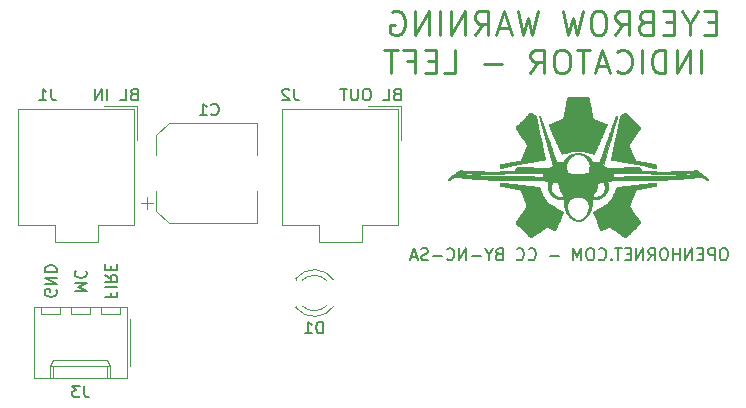
<source format=gbr>
%TF.GenerationSoftware,KiCad,Pcbnew,(5.1.9)-1*%
%TF.CreationDate,2021-09-11T23:24:30-06:00*%
%TF.ProjectId,ewi_v3_left,6577695f-7633-45f6-9c65-66742e6b6963,rev?*%
%TF.SameCoordinates,Original*%
%TF.FileFunction,Legend,Bot*%
%TF.FilePolarity,Positive*%
%FSLAX46Y46*%
G04 Gerber Fmt 4.6, Leading zero omitted, Abs format (unit mm)*
G04 Created by KiCad (PCBNEW (5.1.9)-1) date 2021-09-11 23:24:30*
%MOMM*%
%LPD*%
G01*
G04 APERTURE LIST*
%ADD10C,0.250000*%
%ADD11C,0.150000*%
%ADD12C,0.010000*%
%ADD13C,0.120000*%
G04 APERTURE END LIST*
D10*
X193863689Y-63944739D02*
X193197022Y-63944739D01*
X192911308Y-64992358D02*
X193863689Y-64992358D01*
X193863689Y-62992358D01*
X192911308Y-62992358D01*
X191673213Y-64039977D02*
X191673213Y-64992358D01*
X192339879Y-62992358D02*
X191673213Y-64039977D01*
X191006546Y-62992358D01*
X190339879Y-63944739D02*
X189673213Y-63944739D01*
X189387499Y-64992358D02*
X190339879Y-64992358D01*
X190339879Y-62992358D01*
X189387499Y-62992358D01*
X187863689Y-63944739D02*
X187577975Y-64039977D01*
X187482737Y-64135216D01*
X187387499Y-64325692D01*
X187387499Y-64611406D01*
X187482737Y-64801882D01*
X187577975Y-64897120D01*
X187768451Y-64992358D01*
X188530356Y-64992358D01*
X188530356Y-62992358D01*
X187863689Y-62992358D01*
X187673213Y-63087597D01*
X187577975Y-63182835D01*
X187482737Y-63373311D01*
X187482737Y-63563787D01*
X187577975Y-63754263D01*
X187673213Y-63849501D01*
X187863689Y-63944739D01*
X188530356Y-63944739D01*
X185387499Y-64992358D02*
X186054165Y-64039977D01*
X186530356Y-64992358D02*
X186530356Y-62992358D01*
X185768451Y-62992358D01*
X185577975Y-63087597D01*
X185482737Y-63182835D01*
X185387499Y-63373311D01*
X185387499Y-63659025D01*
X185482737Y-63849501D01*
X185577975Y-63944739D01*
X185768451Y-64039977D01*
X186530356Y-64039977D01*
X184149403Y-62992358D02*
X183768451Y-62992358D01*
X183577975Y-63087597D01*
X183387499Y-63278073D01*
X183292260Y-63659025D01*
X183292260Y-64325692D01*
X183387499Y-64706644D01*
X183577975Y-64897120D01*
X183768451Y-64992358D01*
X184149403Y-64992358D01*
X184339879Y-64897120D01*
X184530356Y-64706644D01*
X184625594Y-64325692D01*
X184625594Y-63659025D01*
X184530356Y-63278073D01*
X184339879Y-63087597D01*
X184149403Y-62992358D01*
X182625594Y-62992358D02*
X182149403Y-64992358D01*
X181768451Y-63563787D01*
X181387499Y-64992358D01*
X180911308Y-62992358D01*
X178816070Y-62992358D02*
X178339879Y-64992358D01*
X177958927Y-63563787D01*
X177577975Y-64992358D01*
X177101784Y-62992358D01*
X176435118Y-64420930D02*
X175482737Y-64420930D01*
X176625594Y-64992358D02*
X175958927Y-62992358D01*
X175292260Y-64992358D01*
X173482737Y-64992358D02*
X174149403Y-64039977D01*
X174625594Y-64992358D02*
X174625594Y-62992358D01*
X173863689Y-62992358D01*
X173673213Y-63087597D01*
X173577975Y-63182835D01*
X173482737Y-63373311D01*
X173482737Y-63659025D01*
X173577975Y-63849501D01*
X173673213Y-63944739D01*
X173863689Y-64039977D01*
X174625594Y-64039977D01*
X172625594Y-64992358D02*
X172625594Y-62992358D01*
X171482737Y-64992358D01*
X171482737Y-62992358D01*
X170530356Y-64992358D02*
X170530356Y-62992358D01*
X169577975Y-64992358D02*
X169577975Y-62992358D01*
X168435118Y-64992358D01*
X168435118Y-62992358D01*
X166435118Y-63087597D02*
X166625594Y-62992358D01*
X166911308Y-62992358D01*
X167197022Y-63087597D01*
X167387499Y-63278073D01*
X167482737Y-63468549D01*
X167577975Y-63849501D01*
X167577975Y-64135216D01*
X167482737Y-64516168D01*
X167387499Y-64706644D01*
X167197022Y-64897120D01*
X166911308Y-64992358D01*
X166720832Y-64992358D01*
X166435118Y-64897120D01*
X166339879Y-64801882D01*
X166339879Y-64135216D01*
X166720832Y-64135216D01*
X192673213Y-68242358D02*
X192673213Y-66242358D01*
X191720832Y-68242358D02*
X191720832Y-66242358D01*
X190577975Y-68242358D01*
X190577975Y-66242358D01*
X189625594Y-68242358D02*
X189625594Y-66242358D01*
X189149403Y-66242358D01*
X188863689Y-66337597D01*
X188673213Y-66528073D01*
X188577975Y-66718549D01*
X188482737Y-67099501D01*
X188482737Y-67385216D01*
X188577975Y-67766168D01*
X188673213Y-67956644D01*
X188863689Y-68147120D01*
X189149403Y-68242358D01*
X189625594Y-68242358D01*
X187625594Y-68242358D02*
X187625594Y-66242358D01*
X185530356Y-68051882D02*
X185625594Y-68147120D01*
X185911308Y-68242358D01*
X186101784Y-68242358D01*
X186387499Y-68147120D01*
X186577975Y-67956644D01*
X186673213Y-67766168D01*
X186768451Y-67385216D01*
X186768451Y-67099501D01*
X186673213Y-66718549D01*
X186577975Y-66528073D01*
X186387499Y-66337597D01*
X186101784Y-66242358D01*
X185911308Y-66242358D01*
X185625594Y-66337597D01*
X185530356Y-66432835D01*
X184768451Y-67670930D02*
X183816070Y-67670930D01*
X184958927Y-68242358D02*
X184292260Y-66242358D01*
X183625594Y-68242358D01*
X183244641Y-66242358D02*
X182101784Y-66242358D01*
X182673213Y-68242358D02*
X182673213Y-66242358D01*
X181054165Y-66242358D02*
X180673213Y-66242358D01*
X180482737Y-66337597D01*
X180292260Y-66528073D01*
X180197022Y-66909025D01*
X180197022Y-67575692D01*
X180292260Y-67956644D01*
X180482737Y-68147120D01*
X180673213Y-68242358D01*
X181054165Y-68242358D01*
X181244641Y-68147120D01*
X181435118Y-67956644D01*
X181530356Y-67575692D01*
X181530356Y-66909025D01*
X181435118Y-66528073D01*
X181244641Y-66337597D01*
X181054165Y-66242358D01*
X178197022Y-68242358D02*
X178863689Y-67289977D01*
X179339879Y-68242358D02*
X179339879Y-66242358D01*
X178577975Y-66242358D01*
X178387499Y-66337597D01*
X178292260Y-66432835D01*
X178197022Y-66623311D01*
X178197022Y-66909025D01*
X178292260Y-67099501D01*
X178387499Y-67194739D01*
X178577975Y-67289977D01*
X179339879Y-67289977D01*
X175816070Y-67480454D02*
X174292260Y-67480454D01*
X170863689Y-68242358D02*
X171816070Y-68242358D01*
X171816070Y-66242358D01*
X170197022Y-67194739D02*
X169530356Y-67194739D01*
X169244641Y-68242358D02*
X170197022Y-68242358D01*
X170197022Y-66242358D01*
X169244641Y-66242358D01*
X167720832Y-67194739D02*
X168387499Y-67194739D01*
X168387499Y-68242358D02*
X168387499Y-66242358D01*
X167435118Y-66242358D01*
X166958927Y-66242358D02*
X165816070Y-66242358D01*
X166387499Y-68242358D02*
X166387499Y-66242358D01*
D11*
X194649665Y-83071977D02*
X194459189Y-83071977D01*
X194363951Y-83119597D01*
X194268713Y-83214835D01*
X194221094Y-83405311D01*
X194221094Y-83738644D01*
X194268713Y-83929120D01*
X194363951Y-84024358D01*
X194459189Y-84071977D01*
X194649665Y-84071977D01*
X194744903Y-84024358D01*
X194840141Y-83929120D01*
X194887760Y-83738644D01*
X194887760Y-83405311D01*
X194840141Y-83214835D01*
X194744903Y-83119597D01*
X194649665Y-83071977D01*
X193792522Y-84071977D02*
X193792522Y-83071977D01*
X193411570Y-83071977D01*
X193316332Y-83119597D01*
X193268713Y-83167216D01*
X193221094Y-83262454D01*
X193221094Y-83405311D01*
X193268713Y-83500549D01*
X193316332Y-83548168D01*
X193411570Y-83595787D01*
X193792522Y-83595787D01*
X192792522Y-83548168D02*
X192459189Y-83548168D01*
X192316332Y-84071977D02*
X192792522Y-84071977D01*
X192792522Y-83071977D01*
X192316332Y-83071977D01*
X191887760Y-84071977D02*
X191887760Y-83071977D01*
X191316332Y-84071977D01*
X191316332Y-83071977D01*
X190840141Y-84071977D02*
X190840141Y-83071977D01*
X190840141Y-83548168D02*
X190268713Y-83548168D01*
X190268713Y-84071977D02*
X190268713Y-83071977D01*
X189602046Y-83071977D02*
X189411570Y-83071977D01*
X189316332Y-83119597D01*
X189221094Y-83214835D01*
X189173475Y-83405311D01*
X189173475Y-83738644D01*
X189221094Y-83929120D01*
X189316332Y-84024358D01*
X189411570Y-84071977D01*
X189602046Y-84071977D01*
X189697284Y-84024358D01*
X189792522Y-83929120D01*
X189840141Y-83738644D01*
X189840141Y-83405311D01*
X189792522Y-83214835D01*
X189697284Y-83119597D01*
X189602046Y-83071977D01*
X188173475Y-84071977D02*
X188506808Y-83595787D01*
X188744903Y-84071977D02*
X188744903Y-83071977D01*
X188363951Y-83071977D01*
X188268713Y-83119597D01*
X188221094Y-83167216D01*
X188173475Y-83262454D01*
X188173475Y-83405311D01*
X188221094Y-83500549D01*
X188268713Y-83548168D01*
X188363951Y-83595787D01*
X188744903Y-83595787D01*
X187744903Y-84071977D02*
X187744903Y-83071977D01*
X187173475Y-84071977D01*
X187173475Y-83071977D01*
X186697284Y-83548168D02*
X186363951Y-83548168D01*
X186221094Y-84071977D02*
X186697284Y-84071977D01*
X186697284Y-83071977D01*
X186221094Y-83071977D01*
X185935379Y-83071977D02*
X185363951Y-83071977D01*
X185649665Y-84071977D02*
X185649665Y-83071977D01*
X185030618Y-83976739D02*
X184982999Y-84024358D01*
X185030618Y-84071977D01*
X185078237Y-84024358D01*
X185030618Y-83976739D01*
X185030618Y-84071977D01*
X183982999Y-83976739D02*
X184030618Y-84024358D01*
X184173475Y-84071977D01*
X184268713Y-84071977D01*
X184411570Y-84024358D01*
X184506808Y-83929120D01*
X184554427Y-83833882D01*
X184602046Y-83643406D01*
X184602046Y-83500549D01*
X184554427Y-83310073D01*
X184506808Y-83214835D01*
X184411570Y-83119597D01*
X184268713Y-83071977D01*
X184173475Y-83071977D01*
X184030618Y-83119597D01*
X183982999Y-83167216D01*
X183363951Y-83071977D02*
X183173475Y-83071977D01*
X183078237Y-83119597D01*
X182982999Y-83214835D01*
X182935379Y-83405311D01*
X182935379Y-83738644D01*
X182982999Y-83929120D01*
X183078237Y-84024358D01*
X183173475Y-84071977D01*
X183363951Y-84071977D01*
X183459189Y-84024358D01*
X183554427Y-83929120D01*
X183602046Y-83738644D01*
X183602046Y-83405311D01*
X183554427Y-83214835D01*
X183459189Y-83119597D01*
X183363951Y-83071977D01*
X182506808Y-84071977D02*
X182506808Y-83071977D01*
X182173475Y-83786263D01*
X181840141Y-83071977D01*
X181840141Y-84071977D01*
X180602046Y-83691025D02*
X179840141Y-83691025D01*
X178030618Y-83976739D02*
X178078237Y-84024358D01*
X178221094Y-84071977D01*
X178316332Y-84071977D01*
X178459189Y-84024358D01*
X178554427Y-83929120D01*
X178602046Y-83833882D01*
X178649665Y-83643406D01*
X178649665Y-83500549D01*
X178602046Y-83310073D01*
X178554427Y-83214835D01*
X178459189Y-83119597D01*
X178316332Y-83071977D01*
X178221094Y-83071977D01*
X178078237Y-83119597D01*
X178030618Y-83167216D01*
X177030618Y-83976739D02*
X177078237Y-84024358D01*
X177221094Y-84071977D01*
X177316332Y-84071977D01*
X177459189Y-84024358D01*
X177554427Y-83929120D01*
X177602046Y-83833882D01*
X177649665Y-83643406D01*
X177649665Y-83500549D01*
X177602046Y-83310073D01*
X177554427Y-83214835D01*
X177459189Y-83119597D01*
X177316332Y-83071977D01*
X177221094Y-83071977D01*
X177078237Y-83119597D01*
X177030618Y-83167216D01*
X175506808Y-83548168D02*
X175363951Y-83595787D01*
X175316332Y-83643406D01*
X175268713Y-83738644D01*
X175268713Y-83881501D01*
X175316332Y-83976739D01*
X175363951Y-84024358D01*
X175459189Y-84071977D01*
X175840141Y-84071977D01*
X175840141Y-83071977D01*
X175506808Y-83071977D01*
X175411570Y-83119597D01*
X175363951Y-83167216D01*
X175316332Y-83262454D01*
X175316332Y-83357692D01*
X175363951Y-83452930D01*
X175411570Y-83500549D01*
X175506808Y-83548168D01*
X175840141Y-83548168D01*
X174649665Y-83595787D02*
X174649665Y-84071977D01*
X174982999Y-83071977D02*
X174649665Y-83595787D01*
X174316332Y-83071977D01*
X173982999Y-83691025D02*
X173221094Y-83691025D01*
X172744903Y-84071977D02*
X172744903Y-83071977D01*
X172173475Y-84071977D01*
X172173475Y-83071977D01*
X171125856Y-83976739D02*
X171173475Y-84024358D01*
X171316332Y-84071977D01*
X171411570Y-84071977D01*
X171554427Y-84024358D01*
X171649665Y-83929120D01*
X171697284Y-83833882D01*
X171744903Y-83643406D01*
X171744903Y-83500549D01*
X171697284Y-83310073D01*
X171649665Y-83214835D01*
X171554427Y-83119597D01*
X171411570Y-83071977D01*
X171316332Y-83071977D01*
X171173475Y-83119597D01*
X171125856Y-83167216D01*
X170697284Y-83691025D02*
X169935379Y-83691025D01*
X169506808Y-84024358D02*
X169363951Y-84071977D01*
X169125856Y-84071977D01*
X169030618Y-84024358D01*
X168982999Y-83976739D01*
X168935379Y-83881501D01*
X168935379Y-83786263D01*
X168982999Y-83691025D01*
X169030618Y-83643406D01*
X169125856Y-83595787D01*
X169316332Y-83548168D01*
X169411570Y-83500549D01*
X169459189Y-83452930D01*
X169506808Y-83357692D01*
X169506808Y-83262454D01*
X169459189Y-83167216D01*
X169411570Y-83119597D01*
X169316332Y-83071977D01*
X169078237Y-83071977D01*
X168935379Y-83119597D01*
X168554427Y-83786263D02*
X168078237Y-83786263D01*
X168649665Y-84071977D02*
X168316332Y-83071977D01*
X167982999Y-84071977D01*
X142692427Y-86889716D02*
X142692427Y-87223049D01*
X142168618Y-87223049D02*
X143168618Y-87223049D01*
X143168618Y-86746858D01*
X142168618Y-86365906D02*
X143168618Y-86365906D01*
X142168618Y-85318287D02*
X142644808Y-85651620D01*
X142168618Y-85889716D02*
X143168618Y-85889716D01*
X143168618Y-85508763D01*
X143120999Y-85413525D01*
X143073379Y-85365906D01*
X142978141Y-85318287D01*
X142835284Y-85318287D01*
X142740046Y-85365906D01*
X142692427Y-85413525D01*
X142644808Y-85508763D01*
X142644808Y-85889716D01*
X142692427Y-84889716D02*
X142692427Y-84556382D01*
X142168618Y-84413525D02*
X142168618Y-84889716D01*
X143168618Y-84889716D01*
X143168618Y-84413525D01*
X139628618Y-86675430D02*
X140628618Y-86675430D01*
X139914332Y-86342097D01*
X140628618Y-86008763D01*
X139628618Y-86008763D01*
X139723856Y-84961144D02*
X139676237Y-85008763D01*
X139628618Y-85151620D01*
X139628618Y-85246858D01*
X139676237Y-85389716D01*
X139771475Y-85484954D01*
X139866713Y-85532573D01*
X140057189Y-85580192D01*
X140200046Y-85580192D01*
X140390522Y-85532573D01*
X140485760Y-85484954D01*
X140580999Y-85389716D01*
X140628618Y-85246858D01*
X140628618Y-85151620D01*
X140580999Y-85008763D01*
X140533379Y-84961144D01*
X138040999Y-86604001D02*
X138088618Y-86699239D01*
X138088618Y-86842097D01*
X138040999Y-86984954D01*
X137945760Y-87080192D01*
X137850522Y-87127811D01*
X137660046Y-87175430D01*
X137517189Y-87175430D01*
X137326713Y-87127811D01*
X137231475Y-87080192D01*
X137136237Y-86984954D01*
X137088618Y-86842097D01*
X137088618Y-86746858D01*
X137136237Y-86604001D01*
X137183856Y-86556382D01*
X137517189Y-86556382D01*
X137517189Y-86746858D01*
X137088618Y-86127811D02*
X138088618Y-86127811D01*
X137088618Y-85556382D01*
X138088618Y-85556382D01*
X137088618Y-85080192D02*
X138088618Y-85080192D01*
X138088618Y-84842097D01*
X138040999Y-84699239D01*
X137945760Y-84604001D01*
X137850522Y-84556382D01*
X137660046Y-84508763D01*
X137517189Y-84508763D01*
X137326713Y-84556382D01*
X137231475Y-84604001D01*
X137136237Y-84699239D01*
X137088618Y-84842097D01*
X137088618Y-85080192D01*
D12*
%TO.C,G\u002A\u002A\u002A*%
G36*
X182251738Y-70273497D02*
G01*
X182210376Y-70273497D01*
X182070710Y-70273514D01*
X181946986Y-70273575D01*
X181838212Y-70273697D01*
X181743398Y-70273896D01*
X181661552Y-70274188D01*
X181591683Y-70274588D01*
X181532799Y-70275112D01*
X181483909Y-70275777D01*
X181444022Y-70276598D01*
X181412146Y-70277591D01*
X181387290Y-70278773D01*
X181368463Y-70280159D01*
X181354673Y-70281765D01*
X181344929Y-70283607D01*
X181338240Y-70285701D01*
X181334377Y-70287596D01*
X181314420Y-70303852D01*
X181301443Y-70321592D01*
X181298659Y-70332543D01*
X181293019Y-70359002D01*
X181284742Y-70399828D01*
X181274048Y-70453876D01*
X181261158Y-70520005D01*
X181246292Y-70597071D01*
X181229668Y-70683932D01*
X181211506Y-70779445D01*
X181192028Y-70882467D01*
X181171452Y-70991855D01*
X181149998Y-71106466D01*
X181135436Y-71184573D01*
X181113488Y-71302082D01*
X181092225Y-71415167D01*
X181071868Y-71522682D01*
X181052644Y-71623478D01*
X181034773Y-71716409D01*
X181018481Y-71800325D01*
X181003992Y-71874080D01*
X180991527Y-71936525D01*
X180981312Y-71986514D01*
X180973570Y-72022899D01*
X180968524Y-72044531D01*
X180966785Y-72050159D01*
X180951384Y-72073045D01*
X180935220Y-72090832D01*
X180925197Y-72096148D01*
X180900991Y-72107230D01*
X180864100Y-72123455D01*
X180816025Y-72144203D01*
X180758265Y-72168852D01*
X180692317Y-72196778D01*
X180619683Y-72227361D01*
X180541860Y-72259979D01*
X180460348Y-72294009D01*
X180376646Y-72328831D01*
X180292253Y-72363821D01*
X180208669Y-72398358D01*
X180127392Y-72431821D01*
X180049922Y-72463586D01*
X179977758Y-72493033D01*
X179912398Y-72519540D01*
X179855343Y-72542484D01*
X179808091Y-72561244D01*
X179772141Y-72575198D01*
X179748993Y-72583724D01*
X179741267Y-72586117D01*
X179740458Y-72588994D01*
X179742215Y-72597190D01*
X179746809Y-72611328D01*
X179754514Y-72632035D01*
X179765599Y-72659934D01*
X179780336Y-72695650D01*
X179798998Y-72739808D01*
X179821855Y-72793033D01*
X179849178Y-72855948D01*
X179881241Y-72929180D01*
X179918313Y-73013351D01*
X179960667Y-73109088D01*
X180008574Y-73217014D01*
X180062305Y-73337754D01*
X180122133Y-73471933D01*
X180188328Y-73620176D01*
X180261162Y-73783107D01*
X180276231Y-73816796D01*
X180337392Y-73953503D01*
X180396733Y-74086088D01*
X180453882Y-74213719D01*
X180508465Y-74335565D01*
X180560108Y-74450792D01*
X180608437Y-74558570D01*
X180653079Y-74658065D01*
X180693661Y-74748447D01*
X180729809Y-74828882D01*
X180761150Y-74898540D01*
X180787309Y-74956587D01*
X180807914Y-75002192D01*
X180822591Y-75034523D01*
X180830966Y-75052748D01*
X180832836Y-75056608D01*
X180838095Y-75060679D01*
X180848648Y-75061509D01*
X180866886Y-75058647D01*
X180895202Y-75051641D01*
X180935990Y-75040042D01*
X180962505Y-75032170D01*
X181084191Y-74997291D01*
X181214583Y-74962714D01*
X181349436Y-74929424D01*
X181484501Y-74898404D01*
X181615532Y-74870637D01*
X181738282Y-74847106D01*
X181825532Y-74832329D01*
X181876349Y-74826119D01*
X181940681Y-74821040D01*
X182015145Y-74817133D01*
X182096360Y-74814439D01*
X182180941Y-74813000D01*
X182265506Y-74812856D01*
X182346673Y-74814050D01*
X182421058Y-74816622D01*
X182485279Y-74820614D01*
X182518817Y-74823855D01*
X182615836Y-74837023D01*
X182725438Y-74855356D01*
X182844329Y-74878134D01*
X182969218Y-74904634D01*
X183096809Y-74934133D01*
X183223810Y-74965911D01*
X183346927Y-74999245D01*
X183432418Y-75024135D01*
X183478190Y-75037791D01*
X183518257Y-75049527D01*
X183549836Y-75058544D01*
X183570144Y-75064047D01*
X183576351Y-75065386D01*
X183580348Y-75057733D01*
X183590739Y-75035379D01*
X183607161Y-74999149D01*
X183629249Y-74949869D01*
X183656639Y-74888364D01*
X183688968Y-74815459D01*
X183725871Y-74731979D01*
X183766984Y-74638749D01*
X183811943Y-74536595D01*
X183860384Y-74426342D01*
X183911943Y-74308814D01*
X183966257Y-74184838D01*
X184022960Y-74055239D01*
X184081689Y-73920841D01*
X184119999Y-73833082D01*
X184179843Y-73695911D01*
X184237846Y-73562899D01*
X184293646Y-73434881D01*
X184346880Y-73312689D01*
X184397186Y-73197157D01*
X184444202Y-73089118D01*
X184487566Y-72989407D01*
X184526915Y-72898856D01*
X184561888Y-72818298D01*
X184592122Y-72748568D01*
X184617254Y-72690499D01*
X184636924Y-72644924D01*
X184650767Y-72612676D01*
X184658423Y-72594589D01*
X184659905Y-72590843D01*
X184652613Y-72585741D01*
X184630323Y-72574693D01*
X184593771Y-72558015D01*
X184543692Y-72536023D01*
X184480823Y-72509031D01*
X184405898Y-72477355D01*
X184319655Y-72441311D01*
X184222827Y-72401212D01*
X184116152Y-72357376D01*
X184092929Y-72347872D01*
X183999177Y-72309441D01*
X183909539Y-72272521D01*
X183825324Y-72237660D01*
X183747840Y-72205408D01*
X183678394Y-72176316D01*
X183618294Y-72150932D01*
X183568848Y-72129807D01*
X183531365Y-72113490D01*
X183507152Y-72102530D01*
X183497989Y-72097843D01*
X183476313Y-72078030D01*
X183458328Y-72053153D01*
X183457315Y-72051234D01*
X183453370Y-72038183D01*
X183446590Y-72009257D01*
X183437129Y-71965249D01*
X183425143Y-71906951D01*
X183410788Y-71835156D01*
X183394218Y-71750656D01*
X183375590Y-71654243D01*
X183355059Y-71546710D01*
X183332780Y-71428850D01*
X183308908Y-71301454D01*
X183285643Y-71176343D01*
X183263812Y-71058825D01*
X183242719Y-70945844D01*
X183222581Y-70838534D01*
X183203617Y-70738029D01*
X183186043Y-70645463D01*
X183170077Y-70561970D01*
X183155937Y-70488686D01*
X183143841Y-70426743D01*
X183134004Y-70377277D01*
X183126646Y-70341421D01*
X183121984Y-70320310D01*
X183120460Y-70314948D01*
X183117001Y-70308324D01*
X183113477Y-70302445D01*
X183108913Y-70297268D01*
X183102332Y-70292747D01*
X183092758Y-70288839D01*
X183079214Y-70285498D01*
X183060725Y-70282680D01*
X183036314Y-70280340D01*
X183005005Y-70278436D01*
X182965822Y-70276920D01*
X182917788Y-70275751D01*
X182859928Y-70274882D01*
X182791265Y-70274269D01*
X182710822Y-70273868D01*
X182617625Y-70273635D01*
X182510696Y-70273525D01*
X182389059Y-70273494D01*
X182251738Y-70273497D01*
G37*
X182251738Y-70273497D02*
X182210376Y-70273497D01*
X182070710Y-70273514D01*
X181946986Y-70273575D01*
X181838212Y-70273697D01*
X181743398Y-70273896D01*
X181661552Y-70274188D01*
X181591683Y-70274588D01*
X181532799Y-70275112D01*
X181483909Y-70275777D01*
X181444022Y-70276598D01*
X181412146Y-70277591D01*
X181387290Y-70278773D01*
X181368463Y-70280159D01*
X181354673Y-70281765D01*
X181344929Y-70283607D01*
X181338240Y-70285701D01*
X181334377Y-70287596D01*
X181314420Y-70303852D01*
X181301443Y-70321592D01*
X181298659Y-70332543D01*
X181293019Y-70359002D01*
X181284742Y-70399828D01*
X181274048Y-70453876D01*
X181261158Y-70520005D01*
X181246292Y-70597071D01*
X181229668Y-70683932D01*
X181211506Y-70779445D01*
X181192028Y-70882467D01*
X181171452Y-70991855D01*
X181149998Y-71106466D01*
X181135436Y-71184573D01*
X181113488Y-71302082D01*
X181092225Y-71415167D01*
X181071868Y-71522682D01*
X181052644Y-71623478D01*
X181034773Y-71716409D01*
X181018481Y-71800325D01*
X181003992Y-71874080D01*
X180991527Y-71936525D01*
X180981312Y-71986514D01*
X180973570Y-72022899D01*
X180968524Y-72044531D01*
X180966785Y-72050159D01*
X180951384Y-72073045D01*
X180935220Y-72090832D01*
X180925197Y-72096148D01*
X180900991Y-72107230D01*
X180864100Y-72123455D01*
X180816025Y-72144203D01*
X180758265Y-72168852D01*
X180692317Y-72196778D01*
X180619683Y-72227361D01*
X180541860Y-72259979D01*
X180460348Y-72294009D01*
X180376646Y-72328831D01*
X180292253Y-72363821D01*
X180208669Y-72398358D01*
X180127392Y-72431821D01*
X180049922Y-72463586D01*
X179977758Y-72493033D01*
X179912398Y-72519540D01*
X179855343Y-72542484D01*
X179808091Y-72561244D01*
X179772141Y-72575198D01*
X179748993Y-72583724D01*
X179741267Y-72586117D01*
X179740458Y-72588994D01*
X179742215Y-72597190D01*
X179746809Y-72611328D01*
X179754514Y-72632035D01*
X179765599Y-72659934D01*
X179780336Y-72695650D01*
X179798998Y-72739808D01*
X179821855Y-72793033D01*
X179849178Y-72855948D01*
X179881241Y-72929180D01*
X179918313Y-73013351D01*
X179960667Y-73109088D01*
X180008574Y-73217014D01*
X180062305Y-73337754D01*
X180122133Y-73471933D01*
X180188328Y-73620176D01*
X180261162Y-73783107D01*
X180276231Y-73816796D01*
X180337392Y-73953503D01*
X180396733Y-74086088D01*
X180453882Y-74213719D01*
X180508465Y-74335565D01*
X180560108Y-74450792D01*
X180608437Y-74558570D01*
X180653079Y-74658065D01*
X180693661Y-74748447D01*
X180729809Y-74828882D01*
X180761150Y-74898540D01*
X180787309Y-74956587D01*
X180807914Y-75002192D01*
X180822591Y-75034523D01*
X180830966Y-75052748D01*
X180832836Y-75056608D01*
X180838095Y-75060679D01*
X180848648Y-75061509D01*
X180866886Y-75058647D01*
X180895202Y-75051641D01*
X180935990Y-75040042D01*
X180962505Y-75032170D01*
X181084191Y-74997291D01*
X181214583Y-74962714D01*
X181349436Y-74929424D01*
X181484501Y-74898404D01*
X181615532Y-74870637D01*
X181738282Y-74847106D01*
X181825532Y-74832329D01*
X181876349Y-74826119D01*
X181940681Y-74821040D01*
X182015145Y-74817133D01*
X182096360Y-74814439D01*
X182180941Y-74813000D01*
X182265506Y-74812856D01*
X182346673Y-74814050D01*
X182421058Y-74816622D01*
X182485279Y-74820614D01*
X182518817Y-74823855D01*
X182615836Y-74837023D01*
X182725438Y-74855356D01*
X182844329Y-74878134D01*
X182969218Y-74904634D01*
X183096809Y-74934133D01*
X183223810Y-74965911D01*
X183346927Y-74999245D01*
X183432418Y-75024135D01*
X183478190Y-75037791D01*
X183518257Y-75049527D01*
X183549836Y-75058544D01*
X183570144Y-75064047D01*
X183576351Y-75065386D01*
X183580348Y-75057733D01*
X183590739Y-75035379D01*
X183607161Y-74999149D01*
X183629249Y-74949869D01*
X183656639Y-74888364D01*
X183688968Y-74815459D01*
X183725871Y-74731979D01*
X183766984Y-74638749D01*
X183811943Y-74536595D01*
X183860384Y-74426342D01*
X183911943Y-74308814D01*
X183966257Y-74184838D01*
X184022960Y-74055239D01*
X184081689Y-73920841D01*
X184119999Y-73833082D01*
X184179843Y-73695911D01*
X184237846Y-73562899D01*
X184293646Y-73434881D01*
X184346880Y-73312689D01*
X184397186Y-73197157D01*
X184444202Y-73089118D01*
X184487566Y-72989407D01*
X184526915Y-72898856D01*
X184561888Y-72818298D01*
X184592122Y-72748568D01*
X184617254Y-72690499D01*
X184636924Y-72644924D01*
X184650767Y-72612676D01*
X184658423Y-72594589D01*
X184659905Y-72590843D01*
X184652613Y-72585741D01*
X184630323Y-72574693D01*
X184593771Y-72558015D01*
X184543692Y-72536023D01*
X184480823Y-72509031D01*
X184405898Y-72477355D01*
X184319655Y-72441311D01*
X184222827Y-72401212D01*
X184116152Y-72357376D01*
X184092929Y-72347872D01*
X183999177Y-72309441D01*
X183909539Y-72272521D01*
X183825324Y-72237660D01*
X183747840Y-72205408D01*
X183678394Y-72176316D01*
X183618294Y-72150932D01*
X183568848Y-72129807D01*
X183531365Y-72113490D01*
X183507152Y-72102530D01*
X183497989Y-72097843D01*
X183476313Y-72078030D01*
X183458328Y-72053153D01*
X183457315Y-72051234D01*
X183453370Y-72038183D01*
X183446590Y-72009257D01*
X183437129Y-71965249D01*
X183425143Y-71906951D01*
X183410788Y-71835156D01*
X183394218Y-71750656D01*
X183375590Y-71654243D01*
X183355059Y-71546710D01*
X183332780Y-71428850D01*
X183308908Y-71301454D01*
X183285643Y-71176343D01*
X183263812Y-71058825D01*
X183242719Y-70945844D01*
X183222581Y-70838534D01*
X183203617Y-70738029D01*
X183186043Y-70645463D01*
X183170077Y-70561970D01*
X183155937Y-70488686D01*
X183143841Y-70426743D01*
X183134004Y-70377277D01*
X183126646Y-70341421D01*
X183121984Y-70320310D01*
X183120460Y-70314948D01*
X183117001Y-70308324D01*
X183113477Y-70302445D01*
X183108913Y-70297268D01*
X183102332Y-70292747D01*
X183092758Y-70288839D01*
X183079214Y-70285498D01*
X183060725Y-70282680D01*
X183036314Y-70280340D01*
X183005005Y-70278436D01*
X182965822Y-70276920D01*
X182917788Y-70275751D01*
X182859928Y-70274882D01*
X182791265Y-70274269D01*
X182710822Y-70273868D01*
X182617625Y-70273635D01*
X182510696Y-70273525D01*
X182389059Y-70273494D01*
X182251738Y-70273497D01*
G36*
X178169026Y-71598370D02*
G01*
X178160072Y-71604991D01*
X178140196Y-71622664D01*
X178110389Y-71650405D01*
X178071641Y-71687231D01*
X178024941Y-71732157D01*
X177971279Y-71784200D01*
X177911646Y-71842376D01*
X177847031Y-71905701D01*
X177778424Y-71973191D01*
X177706815Y-72043862D01*
X177633193Y-72116730D01*
X177558550Y-72190812D01*
X177483873Y-72265123D01*
X177410154Y-72338680D01*
X177338382Y-72410499D01*
X177269548Y-72479596D01*
X177204640Y-72544987D01*
X177144649Y-72605688D01*
X177090565Y-72660716D01*
X177043378Y-72709086D01*
X177004077Y-72749815D01*
X176973652Y-72781918D01*
X176953094Y-72804412D01*
X176943392Y-72816314D01*
X176943035Y-72816924D01*
X176933958Y-72848921D01*
X176934496Y-72869169D01*
X176940254Y-72881532D01*
X176955705Y-72907618D01*
X176980776Y-72947320D01*
X177015395Y-73000528D01*
X177059489Y-73067132D01*
X177112986Y-73147023D01*
X177175811Y-73240092D01*
X177247894Y-73346229D01*
X177329160Y-73465327D01*
X177418993Y-73596480D01*
X177497634Y-73711304D01*
X177570637Y-73818294D01*
X177637588Y-73916830D01*
X177698073Y-74006290D01*
X177751678Y-74086055D01*
X177797987Y-74155504D01*
X177836588Y-74214016D01*
X177867065Y-74260969D01*
X177889005Y-74295745D01*
X177901992Y-74317721D01*
X177905622Y-74325488D01*
X177909036Y-74351154D01*
X177908209Y-74372958D01*
X177908057Y-74373683D01*
X177903660Y-74386270D01*
X177893173Y-74412774D01*
X177877228Y-74451723D01*
X177856459Y-74501645D01*
X177831499Y-74561070D01*
X177802982Y-74628525D01*
X177771540Y-74702539D01*
X177737808Y-74781640D01*
X177702417Y-74864358D01*
X177666002Y-74949219D01*
X177629196Y-75034754D01*
X177592632Y-75119490D01*
X177556943Y-75201955D01*
X177522763Y-75280679D01*
X177490724Y-75354189D01*
X177461461Y-75421014D01*
X177435606Y-75479683D01*
X177413792Y-75528724D01*
X177396653Y-75566665D01*
X177384823Y-75592035D01*
X177378934Y-75603363D01*
X177378802Y-75603540D01*
X177358857Y-75623207D01*
X177339388Y-75636515D01*
X177328004Y-75639690D01*
X177301128Y-75645703D01*
X177259920Y-75654327D01*
X177205542Y-75665336D01*
X177139156Y-75678503D01*
X177061922Y-75693603D01*
X176975001Y-75710409D01*
X176879555Y-75728695D01*
X176776746Y-75748234D01*
X176667733Y-75768800D01*
X176553680Y-75790167D01*
X176491352Y-75801782D01*
X176355915Y-75826982D01*
X176236131Y-75849298D01*
X176131005Y-75868939D01*
X176039542Y-75886116D01*
X175960745Y-75901036D01*
X175893621Y-75913910D01*
X175837172Y-75924946D01*
X175790405Y-75934353D01*
X175752323Y-75942341D01*
X175721932Y-75949119D01*
X175698235Y-75954895D01*
X175680238Y-75959878D01*
X175666946Y-75964279D01*
X175657361Y-75968306D01*
X175650491Y-75972168D01*
X175645338Y-75976074D01*
X175640909Y-75980234D01*
X175640632Y-75980507D01*
X175615232Y-76005712D01*
X175612570Y-76153738D01*
X175609908Y-76301763D01*
X175629503Y-76300899D01*
X175641074Y-76298767D01*
X175667590Y-76292925D01*
X175707557Y-76283728D01*
X175759483Y-76271532D01*
X175821875Y-76256691D01*
X175893238Y-76239562D01*
X175972080Y-76220497D01*
X176056908Y-76199854D01*
X176144399Y-76178437D01*
X176332238Y-76132581D01*
X176504476Y-76091082D01*
X176661828Y-76053776D01*
X176805013Y-76020501D01*
X176934748Y-75991091D01*
X177051748Y-75965384D01*
X177156732Y-75943214D01*
X177250416Y-75924420D01*
X177287399Y-75917336D01*
X177316902Y-75911952D01*
X177361805Y-75904007D01*
X177420810Y-75893721D01*
X177492613Y-75881316D01*
X177575914Y-75867015D01*
X177669411Y-75851039D01*
X177771804Y-75833611D01*
X177881790Y-75814951D01*
X177998069Y-75795282D01*
X178119339Y-75774826D01*
X178244299Y-75753805D01*
X178371648Y-75732440D01*
X178383833Y-75730399D01*
X178508875Y-75709380D01*
X178629987Y-75688875D01*
X178746033Y-75669084D01*
X178855876Y-75650207D01*
X178958382Y-75632444D01*
X179052412Y-75615995D01*
X179136832Y-75601061D01*
X179210506Y-75587841D01*
X179272297Y-75576535D01*
X179321069Y-75567343D01*
X179355686Y-75560467D01*
X179375012Y-75556104D01*
X179377292Y-75555440D01*
X179405932Y-75545430D01*
X179421394Y-75537584D01*
X179426824Y-75529576D01*
X179425581Y-75519776D01*
X179421745Y-75506275D01*
X179417198Y-75489144D01*
X179411800Y-75467737D01*
X179405408Y-75441410D01*
X179397880Y-75409516D01*
X179389074Y-75371411D01*
X179378850Y-75326448D01*
X179367064Y-75273983D01*
X179353576Y-75213369D01*
X179338244Y-75143962D01*
X179320925Y-75065117D01*
X179301479Y-74976187D01*
X179279763Y-74876527D01*
X179255635Y-74765492D01*
X179228954Y-74642436D01*
X179199578Y-74506715D01*
X179167366Y-74357681D01*
X179132175Y-74194691D01*
X179093864Y-74017099D01*
X179052291Y-73824259D01*
X179007314Y-73615525D01*
X179005973Y-73609301D01*
X178631133Y-71869339D01*
X178434311Y-71733935D01*
X178382229Y-71698558D01*
X178333676Y-71666437D01*
X178290674Y-71638842D01*
X178255241Y-71617040D01*
X178229396Y-71602301D01*
X178215161Y-71595894D01*
X178214388Y-71595752D01*
X178187555Y-71595649D01*
X178169026Y-71598370D01*
G37*
X178169026Y-71598370D02*
X178160072Y-71604991D01*
X178140196Y-71622664D01*
X178110389Y-71650405D01*
X178071641Y-71687231D01*
X178024941Y-71732157D01*
X177971279Y-71784200D01*
X177911646Y-71842376D01*
X177847031Y-71905701D01*
X177778424Y-71973191D01*
X177706815Y-72043862D01*
X177633193Y-72116730D01*
X177558550Y-72190812D01*
X177483873Y-72265123D01*
X177410154Y-72338680D01*
X177338382Y-72410499D01*
X177269548Y-72479596D01*
X177204640Y-72544987D01*
X177144649Y-72605688D01*
X177090565Y-72660716D01*
X177043378Y-72709086D01*
X177004077Y-72749815D01*
X176973652Y-72781918D01*
X176953094Y-72804412D01*
X176943392Y-72816314D01*
X176943035Y-72816924D01*
X176933958Y-72848921D01*
X176934496Y-72869169D01*
X176940254Y-72881532D01*
X176955705Y-72907618D01*
X176980776Y-72947320D01*
X177015395Y-73000528D01*
X177059489Y-73067132D01*
X177112986Y-73147023D01*
X177175811Y-73240092D01*
X177247894Y-73346229D01*
X177329160Y-73465327D01*
X177418993Y-73596480D01*
X177497634Y-73711304D01*
X177570637Y-73818294D01*
X177637588Y-73916830D01*
X177698073Y-74006290D01*
X177751678Y-74086055D01*
X177797987Y-74155504D01*
X177836588Y-74214016D01*
X177867065Y-74260969D01*
X177889005Y-74295745D01*
X177901992Y-74317721D01*
X177905622Y-74325488D01*
X177909036Y-74351154D01*
X177908209Y-74372958D01*
X177908057Y-74373683D01*
X177903660Y-74386270D01*
X177893173Y-74412774D01*
X177877228Y-74451723D01*
X177856459Y-74501645D01*
X177831499Y-74561070D01*
X177802982Y-74628525D01*
X177771540Y-74702539D01*
X177737808Y-74781640D01*
X177702417Y-74864358D01*
X177666002Y-74949219D01*
X177629196Y-75034754D01*
X177592632Y-75119490D01*
X177556943Y-75201955D01*
X177522763Y-75280679D01*
X177490724Y-75354189D01*
X177461461Y-75421014D01*
X177435606Y-75479683D01*
X177413792Y-75528724D01*
X177396653Y-75566665D01*
X177384823Y-75592035D01*
X177378934Y-75603363D01*
X177378802Y-75603540D01*
X177358857Y-75623207D01*
X177339388Y-75636515D01*
X177328004Y-75639690D01*
X177301128Y-75645703D01*
X177259920Y-75654327D01*
X177205542Y-75665336D01*
X177139156Y-75678503D01*
X177061922Y-75693603D01*
X176975001Y-75710409D01*
X176879555Y-75728695D01*
X176776746Y-75748234D01*
X176667733Y-75768800D01*
X176553680Y-75790167D01*
X176491352Y-75801782D01*
X176355915Y-75826982D01*
X176236131Y-75849298D01*
X176131005Y-75868939D01*
X176039542Y-75886116D01*
X175960745Y-75901036D01*
X175893621Y-75913910D01*
X175837172Y-75924946D01*
X175790405Y-75934353D01*
X175752323Y-75942341D01*
X175721932Y-75949119D01*
X175698235Y-75954895D01*
X175680238Y-75959878D01*
X175666946Y-75964279D01*
X175657361Y-75968306D01*
X175650491Y-75972168D01*
X175645338Y-75976074D01*
X175640909Y-75980234D01*
X175640632Y-75980507D01*
X175615232Y-76005712D01*
X175612570Y-76153738D01*
X175609908Y-76301763D01*
X175629503Y-76300899D01*
X175641074Y-76298767D01*
X175667590Y-76292925D01*
X175707557Y-76283728D01*
X175759483Y-76271532D01*
X175821875Y-76256691D01*
X175893238Y-76239562D01*
X175972080Y-76220497D01*
X176056908Y-76199854D01*
X176144399Y-76178437D01*
X176332238Y-76132581D01*
X176504476Y-76091082D01*
X176661828Y-76053776D01*
X176805013Y-76020501D01*
X176934748Y-75991091D01*
X177051748Y-75965384D01*
X177156732Y-75943214D01*
X177250416Y-75924420D01*
X177287399Y-75917336D01*
X177316902Y-75911952D01*
X177361805Y-75904007D01*
X177420810Y-75893721D01*
X177492613Y-75881316D01*
X177575914Y-75867015D01*
X177669411Y-75851039D01*
X177771804Y-75833611D01*
X177881790Y-75814951D01*
X177998069Y-75795282D01*
X178119339Y-75774826D01*
X178244299Y-75753805D01*
X178371648Y-75732440D01*
X178383833Y-75730399D01*
X178508875Y-75709380D01*
X178629987Y-75688875D01*
X178746033Y-75669084D01*
X178855876Y-75650207D01*
X178958382Y-75632444D01*
X179052412Y-75615995D01*
X179136832Y-75601061D01*
X179210506Y-75587841D01*
X179272297Y-75576535D01*
X179321069Y-75567343D01*
X179355686Y-75560467D01*
X179375012Y-75556104D01*
X179377292Y-75555440D01*
X179405932Y-75545430D01*
X179421394Y-75537584D01*
X179426824Y-75529576D01*
X179425581Y-75519776D01*
X179421745Y-75506275D01*
X179417198Y-75489144D01*
X179411800Y-75467737D01*
X179405408Y-75441410D01*
X179397880Y-75409516D01*
X179389074Y-75371411D01*
X179378850Y-75326448D01*
X179367064Y-75273983D01*
X179353576Y-75213369D01*
X179338244Y-75143962D01*
X179320925Y-75065117D01*
X179301479Y-74976187D01*
X179279763Y-74876527D01*
X179255635Y-74765492D01*
X179228954Y-74642436D01*
X179199578Y-74506715D01*
X179167366Y-74357681D01*
X179132175Y-74194691D01*
X179093864Y-74017099D01*
X179052291Y-73824259D01*
X179007314Y-73615525D01*
X179005973Y-73609301D01*
X178631133Y-71869339D01*
X178434311Y-71733935D01*
X178382229Y-71698558D01*
X178333676Y-71666437D01*
X178290674Y-71638842D01*
X178255241Y-71617040D01*
X178229396Y-71602301D01*
X178215161Y-71595894D01*
X178214388Y-71595752D01*
X178187555Y-71595649D01*
X178169026Y-71598370D01*
G36*
X186228061Y-71594584D02*
G01*
X186216045Y-71595282D01*
X186203643Y-71597889D01*
X186189051Y-71603452D01*
X186170465Y-71613021D01*
X186146081Y-71627644D01*
X186114093Y-71648370D01*
X186072697Y-71676248D01*
X186020090Y-71712326D01*
X185991335Y-71732167D01*
X185792570Y-71869463D01*
X185410154Y-73642877D01*
X185373304Y-73813679D01*
X185337292Y-73980436D01*
X185302288Y-74142366D01*
X185268462Y-74298684D01*
X185235986Y-74448605D01*
X185205030Y-74591347D01*
X185175765Y-74726124D01*
X185148361Y-74852154D01*
X185122990Y-74968651D01*
X185099822Y-75074832D01*
X185079027Y-75169913D01*
X185060778Y-75253110D01*
X185045243Y-75323639D01*
X185032595Y-75380715D01*
X185023003Y-75423556D01*
X185016640Y-75451376D01*
X185013729Y-75463210D01*
X185005217Y-75491487D01*
X184998136Y-75514599D01*
X184995101Y-75524203D01*
X184995869Y-75532778D01*
X185006155Y-75540808D01*
X185028674Y-75549934D01*
X185048423Y-75556378D01*
X185064312Y-75560138D01*
X185095779Y-75566463D01*
X185141697Y-75575153D01*
X185200937Y-75586011D01*
X185272370Y-75598839D01*
X185354870Y-75613438D01*
X185447307Y-75629610D01*
X185548554Y-75647159D01*
X185657483Y-75665884D01*
X185772964Y-75685590D01*
X185893871Y-75706076D01*
X186019075Y-75727147D01*
X186067333Y-75735230D01*
X186236539Y-75763541D01*
X186390408Y-75789330D01*
X186530300Y-75812868D01*
X186657580Y-75834428D01*
X186773609Y-75854279D01*
X186879751Y-75872696D01*
X186977368Y-75889949D01*
X187067823Y-75906311D01*
X187152479Y-75922053D01*
X187232698Y-75937447D01*
X187309843Y-75952766D01*
X187385277Y-75968280D01*
X187460363Y-75984262D01*
X187536462Y-76000984D01*
X187614939Y-76018717D01*
X187697155Y-76037734D01*
X187784474Y-76058306D01*
X187878258Y-76080706D01*
X187979870Y-76105204D01*
X188090672Y-76132074D01*
X188212028Y-76161586D01*
X188246850Y-76170060D01*
X188339917Y-76192667D01*
X188428260Y-76214047D01*
X188510483Y-76233869D01*
X188585191Y-76251800D01*
X188650989Y-76267506D01*
X188706482Y-76280656D01*
X188750275Y-76290916D01*
X188780973Y-76297955D01*
X188797180Y-76301439D01*
X188799300Y-76301763D01*
X188803618Y-76298370D01*
X188806735Y-76286845D01*
X188808812Y-76265169D01*
X188810013Y-76231321D01*
X188810500Y-76183283D01*
X188810532Y-76162462D01*
X188810099Y-76103322D01*
X188808458Y-76058589D01*
X188805105Y-76025749D01*
X188799530Y-76002291D01*
X188791228Y-75985701D01*
X188779690Y-75973467D01*
X188771118Y-75967247D01*
X188759701Y-75963657D01*
X188732482Y-75957233D01*
X188690326Y-75948143D01*
X188634097Y-75936557D01*
X188564657Y-75922646D01*
X188482872Y-75906580D01*
X188389604Y-75888527D01*
X188285717Y-75868658D01*
X188172075Y-75847142D01*
X188049541Y-75824149D01*
X187927873Y-75801499D01*
X187791601Y-75776200D01*
X187670989Y-75753750D01*
X187565038Y-75733943D01*
X187472754Y-75716576D01*
X187393138Y-75701444D01*
X187325195Y-75688343D01*
X187267927Y-75677068D01*
X187220338Y-75667415D01*
X187181431Y-75659180D01*
X187150209Y-75652157D01*
X187125676Y-75646144D01*
X187106835Y-75640935D01*
X187092689Y-75636327D01*
X187082242Y-75632113D01*
X187074496Y-75628092D01*
X187070840Y-75625760D01*
X187064472Y-75621122D01*
X187058275Y-75615548D01*
X187051754Y-75607983D01*
X187044413Y-75597366D01*
X187035760Y-75582640D01*
X187025297Y-75562747D01*
X187012532Y-75536628D01*
X186996968Y-75503225D01*
X186978112Y-75461480D01*
X186955468Y-75410334D01*
X186928542Y-75348730D01*
X186896839Y-75275609D01*
X186859864Y-75189912D01*
X186817123Y-75090582D01*
X186777177Y-74997640D01*
X186727674Y-74882376D01*
X186684494Y-74781592D01*
X186647255Y-74694215D01*
X186615579Y-74619176D01*
X186589083Y-74555403D01*
X186567390Y-74501824D01*
X186550117Y-74457370D01*
X186536885Y-74420968D01*
X186527314Y-74391547D01*
X186521023Y-74368037D01*
X186517632Y-74349366D01*
X186516761Y-74334464D01*
X186518029Y-74322258D01*
X186521057Y-74311679D01*
X186525464Y-74301655D01*
X186528191Y-74296274D01*
X186534627Y-74286080D01*
X186549986Y-74262924D01*
X186573595Y-74227795D01*
X186604781Y-74181682D01*
X186642869Y-74125574D01*
X186687187Y-74060461D01*
X186737061Y-73987330D01*
X186791817Y-73907172D01*
X186850783Y-73820975D01*
X186913283Y-73729729D01*
X186978646Y-73634422D01*
X187007871Y-73591845D01*
X187074202Y-73495141D01*
X187137895Y-73402097D01*
X187198284Y-73313698D01*
X187254701Y-73230928D01*
X187306480Y-73154773D01*
X187352952Y-73086218D01*
X187393450Y-73026248D01*
X187427308Y-72975848D01*
X187453858Y-72936004D01*
X187472432Y-72907701D01*
X187482363Y-72891923D01*
X187483825Y-72889197D01*
X187487301Y-72880320D01*
X187489992Y-72872044D01*
X187491249Y-72863638D01*
X187490424Y-72854371D01*
X187486866Y-72843512D01*
X187479928Y-72830331D01*
X187468960Y-72814095D01*
X187453314Y-72794074D01*
X187432340Y-72769536D01*
X187405390Y-72739751D01*
X187371815Y-72703987D01*
X187330966Y-72661513D01*
X187282194Y-72611599D01*
X187224850Y-72553513D01*
X187158285Y-72486523D01*
X187081851Y-72409899D01*
X186994898Y-72322910D01*
X186896778Y-72224824D01*
X186873643Y-72201698D01*
X186266023Y-71594297D01*
X186228061Y-71594584D01*
G37*
X186228061Y-71594584D02*
X186216045Y-71595282D01*
X186203643Y-71597889D01*
X186189051Y-71603452D01*
X186170465Y-71613021D01*
X186146081Y-71627644D01*
X186114093Y-71648370D01*
X186072697Y-71676248D01*
X186020090Y-71712326D01*
X185991335Y-71732167D01*
X185792570Y-71869463D01*
X185410154Y-73642877D01*
X185373304Y-73813679D01*
X185337292Y-73980436D01*
X185302288Y-74142366D01*
X185268462Y-74298684D01*
X185235986Y-74448605D01*
X185205030Y-74591347D01*
X185175765Y-74726124D01*
X185148361Y-74852154D01*
X185122990Y-74968651D01*
X185099822Y-75074832D01*
X185079027Y-75169913D01*
X185060778Y-75253110D01*
X185045243Y-75323639D01*
X185032595Y-75380715D01*
X185023003Y-75423556D01*
X185016640Y-75451376D01*
X185013729Y-75463210D01*
X185005217Y-75491487D01*
X184998136Y-75514599D01*
X184995101Y-75524203D01*
X184995869Y-75532778D01*
X185006155Y-75540808D01*
X185028674Y-75549934D01*
X185048423Y-75556378D01*
X185064312Y-75560138D01*
X185095779Y-75566463D01*
X185141697Y-75575153D01*
X185200937Y-75586011D01*
X185272370Y-75598839D01*
X185354870Y-75613438D01*
X185447307Y-75629610D01*
X185548554Y-75647159D01*
X185657483Y-75665884D01*
X185772964Y-75685590D01*
X185893871Y-75706076D01*
X186019075Y-75727147D01*
X186067333Y-75735230D01*
X186236539Y-75763541D01*
X186390408Y-75789330D01*
X186530300Y-75812868D01*
X186657580Y-75834428D01*
X186773609Y-75854279D01*
X186879751Y-75872696D01*
X186977368Y-75889949D01*
X187067823Y-75906311D01*
X187152479Y-75922053D01*
X187232698Y-75937447D01*
X187309843Y-75952766D01*
X187385277Y-75968280D01*
X187460363Y-75984262D01*
X187536462Y-76000984D01*
X187614939Y-76018717D01*
X187697155Y-76037734D01*
X187784474Y-76058306D01*
X187878258Y-76080706D01*
X187979870Y-76105204D01*
X188090672Y-76132074D01*
X188212028Y-76161586D01*
X188246850Y-76170060D01*
X188339917Y-76192667D01*
X188428260Y-76214047D01*
X188510483Y-76233869D01*
X188585191Y-76251800D01*
X188650989Y-76267506D01*
X188706482Y-76280656D01*
X188750275Y-76290916D01*
X188780973Y-76297955D01*
X188797180Y-76301439D01*
X188799300Y-76301763D01*
X188803618Y-76298370D01*
X188806735Y-76286845D01*
X188808812Y-76265169D01*
X188810013Y-76231321D01*
X188810500Y-76183283D01*
X188810532Y-76162462D01*
X188810099Y-76103322D01*
X188808458Y-76058589D01*
X188805105Y-76025749D01*
X188799530Y-76002291D01*
X188791228Y-75985701D01*
X188779690Y-75973467D01*
X188771118Y-75967247D01*
X188759701Y-75963657D01*
X188732482Y-75957233D01*
X188690326Y-75948143D01*
X188634097Y-75936557D01*
X188564657Y-75922646D01*
X188482872Y-75906580D01*
X188389604Y-75888527D01*
X188285717Y-75868658D01*
X188172075Y-75847142D01*
X188049541Y-75824149D01*
X187927873Y-75801499D01*
X187791601Y-75776200D01*
X187670989Y-75753750D01*
X187565038Y-75733943D01*
X187472754Y-75716576D01*
X187393138Y-75701444D01*
X187325195Y-75688343D01*
X187267927Y-75677068D01*
X187220338Y-75667415D01*
X187181431Y-75659180D01*
X187150209Y-75652157D01*
X187125676Y-75646144D01*
X187106835Y-75640935D01*
X187092689Y-75636327D01*
X187082242Y-75632113D01*
X187074496Y-75628092D01*
X187070840Y-75625760D01*
X187064472Y-75621122D01*
X187058275Y-75615548D01*
X187051754Y-75607983D01*
X187044413Y-75597366D01*
X187035760Y-75582640D01*
X187025297Y-75562747D01*
X187012532Y-75536628D01*
X186996968Y-75503225D01*
X186978112Y-75461480D01*
X186955468Y-75410334D01*
X186928542Y-75348730D01*
X186896839Y-75275609D01*
X186859864Y-75189912D01*
X186817123Y-75090582D01*
X186777177Y-74997640D01*
X186727674Y-74882376D01*
X186684494Y-74781592D01*
X186647255Y-74694215D01*
X186615579Y-74619176D01*
X186589083Y-74555403D01*
X186567390Y-74501824D01*
X186550117Y-74457370D01*
X186536885Y-74420968D01*
X186527314Y-74391547D01*
X186521023Y-74368037D01*
X186517632Y-74349366D01*
X186516761Y-74334464D01*
X186518029Y-74322258D01*
X186521057Y-74311679D01*
X186525464Y-74301655D01*
X186528191Y-74296274D01*
X186534627Y-74286080D01*
X186549986Y-74262924D01*
X186573595Y-74227795D01*
X186604781Y-74181682D01*
X186642869Y-74125574D01*
X186687187Y-74060461D01*
X186737061Y-73987330D01*
X186791817Y-73907172D01*
X186850783Y-73820975D01*
X186913283Y-73729729D01*
X186978646Y-73634422D01*
X187007871Y-73591845D01*
X187074202Y-73495141D01*
X187137895Y-73402097D01*
X187198284Y-73313698D01*
X187254701Y-73230928D01*
X187306480Y-73154773D01*
X187352952Y-73086218D01*
X187393450Y-73026248D01*
X187427308Y-72975848D01*
X187453858Y-72936004D01*
X187472432Y-72907701D01*
X187482363Y-72891923D01*
X187483825Y-72889197D01*
X187487301Y-72880320D01*
X187489992Y-72872044D01*
X187491249Y-72863638D01*
X187490424Y-72854371D01*
X187486866Y-72843512D01*
X187479928Y-72830331D01*
X187468960Y-72814095D01*
X187453314Y-72794074D01*
X187432340Y-72769536D01*
X187405390Y-72739751D01*
X187371815Y-72703987D01*
X187330966Y-72661513D01*
X187282194Y-72611599D01*
X187224850Y-72553513D01*
X187158285Y-72486523D01*
X187081851Y-72409899D01*
X186994898Y-72322910D01*
X186896778Y-72224824D01*
X186873643Y-72201698D01*
X186266023Y-71594297D01*
X186228061Y-71594584D01*
G36*
X185437948Y-71849722D02*
G01*
X185425269Y-71856065D01*
X185417615Y-71870425D01*
X185417197Y-71871580D01*
X185412223Y-71885526D01*
X185401897Y-71914501D01*
X185386550Y-71957584D01*
X185366508Y-72013851D01*
X185342102Y-72082379D01*
X185313659Y-72162246D01*
X185281507Y-72252529D01*
X185245977Y-72352305D01*
X185207395Y-72460652D01*
X185166091Y-72576646D01*
X185122393Y-72699366D01*
X185076629Y-72827887D01*
X185029129Y-72961288D01*
X184980221Y-73098645D01*
X184930233Y-73239037D01*
X184879494Y-73381539D01*
X184828332Y-73525230D01*
X184777077Y-73669186D01*
X184726056Y-73812486D01*
X184675598Y-73954205D01*
X184626032Y-74093422D01*
X184577686Y-74229214D01*
X184530888Y-74360657D01*
X184485968Y-74486829D01*
X184443255Y-74606808D01*
X184403075Y-74719670D01*
X184365758Y-74824493D01*
X184331633Y-74920354D01*
X184301029Y-75006331D01*
X184274272Y-75081499D01*
X184251693Y-75144938D01*
X184246773Y-75158763D01*
X184211110Y-75258936D01*
X184177089Y-75354425D01*
X184145137Y-75444040D01*
X184115678Y-75526588D01*
X184089140Y-75600881D01*
X184065946Y-75665726D01*
X184046524Y-75719933D01*
X184031299Y-75762312D01*
X184020697Y-75791671D01*
X184015143Y-75806820D01*
X184014399Y-75808691D01*
X184006245Y-75807225D01*
X183988398Y-75800789D01*
X183983277Y-75798695D01*
X183948311Y-75787525D01*
X183899176Y-75776774D01*
X183838634Y-75766785D01*
X183769450Y-75757903D01*
X183694386Y-75750471D01*
X183616207Y-75744835D01*
X183537675Y-75741337D01*
X183518709Y-75740846D01*
X183429652Y-75738889D01*
X183388801Y-75670019D01*
X183339538Y-75593388D01*
X183282411Y-75515321D01*
X183220364Y-75439254D01*
X183156342Y-75368624D01*
X183093288Y-75306865D01*
X183037267Y-75259771D01*
X182978917Y-75220671D01*
X182906969Y-75181015D01*
X182824653Y-75142134D01*
X182735199Y-75105359D01*
X182641837Y-75072024D01*
X182547796Y-75043459D01*
X182460532Y-75021904D01*
X182393105Y-75010947D01*
X182314348Y-75004026D01*
X182229374Y-75001139D01*
X182143300Y-75002288D01*
X182061239Y-75007473D01*
X181988308Y-75016693D01*
X181960999Y-75021904D01*
X181856786Y-75047975D01*
X181752695Y-75080701D01*
X181651800Y-75118773D01*
X181557172Y-75160882D01*
X181471883Y-75205718D01*
X181399005Y-75251973D01*
X181369923Y-75273823D01*
X181308631Y-75327783D01*
X181244249Y-75393141D01*
X181180298Y-75465709D01*
X181120299Y-75541295D01*
X181067775Y-75615710D01*
X181029337Y-75679066D01*
X180996555Y-75738798D01*
X180900927Y-75740880D01*
X180790371Y-75745727D01*
X180682417Y-75755135D01*
X180580720Y-75768631D01*
X180488938Y-75785742D01*
X180420819Y-75802961D01*
X180419380Y-75802693D01*
X180417455Y-75800824D01*
X180414865Y-75796861D01*
X180411433Y-75790310D01*
X180406980Y-75780679D01*
X180401328Y-75767473D01*
X180394298Y-75750199D01*
X180385712Y-75728364D01*
X180375392Y-75701474D01*
X180363160Y-75669037D01*
X180348837Y-75630558D01*
X180332246Y-75585544D01*
X180313207Y-75533502D01*
X180291543Y-75473939D01*
X180267075Y-75406360D01*
X180239625Y-75330274D01*
X180209015Y-75245185D01*
X180175066Y-75150602D01*
X180137601Y-75046029D01*
X180096440Y-74930975D01*
X180051406Y-74804946D01*
X180002321Y-74667448D01*
X179949005Y-74517988D01*
X179891282Y-74356072D01*
X179828972Y-74181207D01*
X179761897Y-73992900D01*
X179689879Y-73790658D01*
X179612740Y-73573986D01*
X179530302Y-73342392D01*
X179442385Y-73095382D01*
X179433967Y-73071730D01*
X179000047Y-71852530D01*
X178962709Y-71850029D01*
X178936527Y-71850238D01*
X178918283Y-71857390D01*
X178901308Y-71872643D01*
X178877246Y-71897759D01*
X179497428Y-73991250D01*
X180117609Y-76084742D01*
X180095480Y-76102387D01*
X180081782Y-76111211D01*
X180055412Y-76126355D01*
X180018804Y-76146488D01*
X179974395Y-76170284D01*
X179924620Y-76196413D01*
X179894521Y-76211976D01*
X179715690Y-76303920D01*
X179109028Y-76268715D01*
X178929052Y-76258286D01*
X178765074Y-76248821D01*
X178616191Y-76240279D01*
X178481497Y-76232619D01*
X178360087Y-76225798D01*
X178251057Y-76219774D01*
X178153503Y-76214508D01*
X178066519Y-76209955D01*
X177989200Y-76206076D01*
X177920643Y-76202827D01*
X177859942Y-76200168D01*
X177806192Y-76198057D01*
X177758489Y-76196452D01*
X177715929Y-76195312D01*
X177677606Y-76194594D01*
X177642615Y-76194257D01*
X177610053Y-76194260D01*
X177579014Y-76194560D01*
X177548594Y-76195116D01*
X177524466Y-76195708D01*
X177405864Y-76199609D01*
X177301253Y-76204579D01*
X177211260Y-76210571D01*
X177136513Y-76217539D01*
X177077639Y-76225436D01*
X177047893Y-76231110D01*
X176998328Y-76247945D01*
X176959709Y-76275005D01*
X176928933Y-76314850D01*
X176915490Y-76340427D01*
X176907335Y-76357210D01*
X176901228Y-76370916D01*
X176898593Y-76382140D01*
X176900853Y-76391478D01*
X176909430Y-76399524D01*
X176925748Y-76406874D01*
X176951230Y-76414122D01*
X176987299Y-76421864D01*
X177035377Y-76430695D01*
X177096889Y-76441210D01*
X177173256Y-76454003D01*
X177196383Y-76457888D01*
X177285481Y-76472947D01*
X177358900Y-76485518D01*
X177417678Y-76495804D01*
X177462853Y-76504006D01*
X177495465Y-76510326D01*
X177516552Y-76514966D01*
X177527153Y-76518128D01*
X177528306Y-76520014D01*
X177521051Y-76520826D01*
X177520233Y-76520849D01*
X177509976Y-76521152D01*
X177483728Y-76521950D01*
X177442420Y-76523213D01*
X177386987Y-76524913D01*
X177318362Y-76527020D01*
X177237477Y-76529507D01*
X177145265Y-76532345D01*
X177042661Y-76535504D01*
X176930597Y-76538957D01*
X176810007Y-76542673D01*
X176681822Y-76546625D01*
X176546978Y-76550785D01*
X176406407Y-76555122D01*
X176261041Y-76559608D01*
X176211671Y-76561133D01*
X174920043Y-76601009D01*
X173739404Y-76557023D01*
X173597438Y-76551725D01*
X173458886Y-76546534D01*
X173324822Y-76541492D01*
X173196318Y-76536641D01*
X173074446Y-76532022D01*
X172960280Y-76527675D01*
X172854892Y-76523642D01*
X172759354Y-76519964D01*
X172674739Y-76516682D01*
X172602120Y-76513837D01*
X172542569Y-76511470D01*
X172497159Y-76509622D01*
X172466963Y-76508336D01*
X172456684Y-76507854D01*
X172354602Y-76502670D01*
X172358164Y-76478401D01*
X172356693Y-76446996D01*
X172342813Y-76425530D01*
X172318244Y-76414613D01*
X172284709Y-76414855D01*
X172243928Y-76426867D01*
X172230158Y-76433040D01*
X172217403Y-76440832D01*
X172192380Y-76457593D01*
X172156501Y-76482311D01*
X172111176Y-76513973D01*
X172057817Y-76551567D01*
X171997835Y-76594082D01*
X171932641Y-76640504D01*
X171863646Y-76689823D01*
X171792262Y-76741024D01*
X171719900Y-76793096D01*
X171647970Y-76845028D01*
X171577884Y-76895806D01*
X171511054Y-76944418D01*
X171448890Y-76989853D01*
X171392803Y-77031097D01*
X171344205Y-77067139D01*
X171304507Y-77096967D01*
X171303398Y-77097808D01*
X171260872Y-77136016D01*
X171232361Y-77176602D01*
X171216613Y-77217373D01*
X171211945Y-77247837D01*
X171218288Y-77268367D01*
X171236830Y-77279802D01*
X171268759Y-77282983D01*
X171305277Y-77280082D01*
X171320223Y-77277620D01*
X171335159Y-77273366D01*
X171352043Y-77266168D01*
X171372835Y-77254876D01*
X171399495Y-77238338D01*
X171433981Y-77215405D01*
X171478253Y-77184924D01*
X171534271Y-77145746D01*
X171535840Y-77144644D01*
X171720566Y-77014933D01*
X171889899Y-77030795D01*
X171957082Y-77037060D01*
X172036448Y-77044412D01*
X172126597Y-77052724D01*
X172226133Y-77061870D01*
X172333655Y-77071722D01*
X172447767Y-77082155D01*
X172567070Y-77093041D01*
X172690166Y-77104254D01*
X172815656Y-77115667D01*
X172942143Y-77127153D01*
X173068227Y-77138586D01*
X173192511Y-77149839D01*
X173313597Y-77160785D01*
X173430086Y-77171297D01*
X173540580Y-77181249D01*
X173643681Y-77190514D01*
X173737990Y-77198965D01*
X173822110Y-77206476D01*
X173894642Y-77212920D01*
X173954187Y-77218170D01*
X173999348Y-77222099D01*
X174023499Y-77224150D01*
X174063083Y-77227261D01*
X174103865Y-77230055D01*
X174147178Y-77232570D01*
X174194354Y-77234840D01*
X174246725Y-77236900D01*
X174305624Y-77238788D01*
X174372382Y-77240537D01*
X174448332Y-77242183D01*
X174534806Y-77243763D01*
X174633136Y-77245312D01*
X174744654Y-77246865D01*
X174870693Y-77248457D01*
X174984466Y-77249802D01*
X175082778Y-77250941D01*
X175177279Y-77252047D01*
X175268949Y-77253131D01*
X175358766Y-77254208D01*
X175447710Y-77255291D01*
X175536762Y-77256393D01*
X175626900Y-77257527D01*
X175719104Y-77258706D01*
X175814354Y-77259943D01*
X175913629Y-77261252D01*
X176017909Y-77262646D01*
X176128173Y-77264138D01*
X176245400Y-77265742D01*
X176370571Y-77267469D01*
X176504665Y-77269334D01*
X176648661Y-77271350D01*
X176803539Y-77273530D01*
X176970278Y-77275888D01*
X177149859Y-77278435D01*
X177343259Y-77281186D01*
X177551461Y-77284154D01*
X177775441Y-77287352D01*
X177816566Y-77287940D01*
X178002357Y-77290595D01*
X178171980Y-77293028D01*
X178326201Y-77295256D01*
X178465783Y-77297299D01*
X178591492Y-77299177D01*
X178704090Y-77300907D01*
X178804344Y-77302511D01*
X178893017Y-77304005D01*
X178970873Y-77305411D01*
X179038677Y-77306747D01*
X179097194Y-77308032D01*
X179147188Y-77309286D01*
X179189422Y-77310527D01*
X179224662Y-77311775D01*
X179253673Y-77313049D01*
X179277217Y-77314368D01*
X179296061Y-77315751D01*
X179310967Y-77317218D01*
X179322702Y-77318788D01*
X179332028Y-77320479D01*
X179339710Y-77322312D01*
X179346514Y-77324304D01*
X179353202Y-77326476D01*
X179353266Y-77326497D01*
X179398951Y-77338077D01*
X179457869Y-77347613D01*
X179526401Y-77354712D01*
X179600926Y-77358982D01*
X179662871Y-77360096D01*
X179704948Y-77360292D01*
X179732731Y-77361159D01*
X179748858Y-77363118D01*
X179755964Y-77366589D01*
X179756688Y-77371995D01*
X179755735Y-77374913D01*
X179738822Y-77421484D01*
X179721026Y-77475437D01*
X179703789Y-77531908D01*
X179688553Y-77586033D01*
X179676757Y-77632947D01*
X179670909Y-77661198D01*
X179665351Y-77702537D01*
X179661004Y-77752882D01*
X179658470Y-77804316D01*
X179658066Y-77830361D01*
X179659784Y-77896210D01*
X179665486Y-77957529D01*
X179675993Y-78016575D01*
X179692127Y-78075607D01*
X179714711Y-78136884D01*
X179744565Y-78202665D01*
X179782513Y-78275209D01*
X179829374Y-78356774D01*
X179879655Y-78439448D01*
X179906083Y-78476538D01*
X179942819Y-78520485D01*
X179986607Y-78568011D01*
X180034189Y-78615838D01*
X180082309Y-78660690D01*
X180127707Y-78699288D01*
X180166066Y-78727654D01*
X180277155Y-78793149D01*
X180391388Y-78845070D01*
X180507123Y-78883068D01*
X180622718Y-78906797D01*
X180736529Y-78915906D01*
X180846916Y-78910048D01*
X180940766Y-78892012D01*
X180973797Y-78883518D01*
X181001426Y-78876834D01*
X181018842Y-78873111D01*
X181021199Y-78872759D01*
X181026853Y-78875001D01*
X181031113Y-78884773D01*
X181034433Y-78904552D01*
X181037262Y-78936816D01*
X181039460Y-78972997D01*
X181043422Y-79050219D01*
X181046005Y-79113710D01*
X181047242Y-79166612D01*
X181047162Y-79212068D01*
X181045797Y-79253219D01*
X181043177Y-79293210D01*
X181042638Y-79299769D01*
X181041449Y-79378323D01*
X181049654Y-79468202D01*
X181066706Y-79567022D01*
X181092057Y-79672400D01*
X181125160Y-79781952D01*
X181165468Y-79893294D01*
X181195569Y-79966177D01*
X181244424Y-80068857D01*
X181298318Y-80161727D01*
X181360183Y-80249055D01*
X181432952Y-80335106D01*
X181491015Y-80395929D01*
X181602153Y-80498062D01*
X181715811Y-80583510D01*
X181832114Y-80652353D01*
X181951187Y-80704669D01*
X182016032Y-80725888D01*
X182074798Y-80739114D01*
X182141722Y-80748085D01*
X182210640Y-80752394D01*
X182275386Y-80751635D01*
X182325066Y-80746270D01*
X182419408Y-80723071D01*
X182518406Y-80686207D01*
X182618953Y-80637064D01*
X182717940Y-80577028D01*
X182742025Y-80560516D01*
X182790520Y-80523302D01*
X182845536Y-80475844D01*
X182903600Y-80421566D01*
X182961236Y-80363889D01*
X183014968Y-80306238D01*
X183061322Y-80252036D01*
X183081571Y-80226063D01*
X183131120Y-80152037D01*
X183179898Y-80064328D01*
X183226334Y-79966165D01*
X183268856Y-79860780D01*
X183293622Y-79790030D01*
X183319594Y-79708870D01*
X183340142Y-79638244D01*
X183355763Y-79574495D01*
X183366955Y-79513964D01*
X183368360Y-79502163D01*
X183141665Y-79502163D01*
X183139680Y-79570738D01*
X183132739Y-79637800D01*
X183120101Y-79707257D01*
X183101026Y-79783020D01*
X183074774Y-79868998D01*
X183068719Y-79887397D01*
X183020240Y-80015273D01*
X182964498Y-80128686D01*
X182900951Y-80228715D01*
X182889390Y-80244391D01*
X182811670Y-80338012D01*
X182727356Y-80422115D01*
X182638239Y-80495463D01*
X182546112Y-80556819D01*
X182452766Y-80604948D01*
X182359993Y-80638613D01*
X182297655Y-80652695D01*
X182250655Y-80658997D01*
X182208920Y-80660446D01*
X182163896Y-80657084D01*
X182136581Y-80653482D01*
X182044937Y-80632341D01*
X181951974Y-80596049D01*
X181859504Y-80546097D01*
X181769341Y-80483974D01*
X181683300Y-80411171D01*
X181603194Y-80329178D01*
X181530837Y-80239485D01*
X181468042Y-80143582D01*
X181430801Y-80073663D01*
X181381248Y-79960878D01*
X181341249Y-79848240D01*
X181311162Y-79737728D01*
X181291350Y-79631320D01*
X181282173Y-79530995D01*
X181283991Y-79438731D01*
X181297165Y-79356508D01*
X181298895Y-79349763D01*
X181323093Y-79275590D01*
X181356265Y-79198891D01*
X181396477Y-79122682D01*
X181441796Y-79049981D01*
X181490289Y-78983804D01*
X181540023Y-78927169D01*
X181589064Y-78883093D01*
X181605382Y-78871408D01*
X181689018Y-78823902D01*
X181785029Y-78783402D01*
X181890027Y-78750723D01*
X182000627Y-78726682D01*
X182113442Y-78712093D01*
X182225084Y-78707773D01*
X182277410Y-78709594D01*
X182380734Y-78720136D01*
X182482870Y-78738653D01*
X182581063Y-78764237D01*
X182672561Y-78795978D01*
X182754611Y-78832969D01*
X182824459Y-78874301D01*
X182860969Y-78902168D01*
X182906725Y-78947862D01*
X182953650Y-79006616D01*
X182999544Y-79074891D01*
X183042208Y-79149151D01*
X183079445Y-79225861D01*
X183108894Y-79301004D01*
X183122673Y-79342593D01*
X183131891Y-79374846D01*
X183137476Y-79403463D01*
X183140358Y-79434145D01*
X183141465Y-79472594D01*
X183141665Y-79502163D01*
X183368360Y-79502163D01*
X183374214Y-79452996D01*
X183378037Y-79387931D01*
X183378922Y-79315115D01*
X183377365Y-79230888D01*
X183375872Y-79184663D01*
X183375787Y-79160545D01*
X183376673Y-79126194D01*
X183378336Y-79084855D01*
X183380585Y-79039776D01*
X183383225Y-78994201D01*
X183386065Y-78951378D01*
X183388911Y-78914553D01*
X183391571Y-78886972D01*
X183393852Y-78871881D01*
X183394552Y-78870122D01*
X183403682Y-78870771D01*
X183425214Y-78875459D01*
X183455344Y-78883303D01*
X183472730Y-78888217D01*
X183575574Y-78909452D01*
X183684479Y-78915670D01*
X183797835Y-78906949D01*
X183914029Y-78883369D01*
X183980318Y-78863508D01*
X184103277Y-78814734D01*
X184215600Y-78753799D01*
X184319846Y-78679159D01*
X184394100Y-78613415D01*
X184445378Y-78562239D01*
X184487464Y-78515258D01*
X184524497Y-78467197D01*
X184560617Y-78412783D01*
X184590317Y-78363396D01*
X184635355Y-78284546D01*
X184671674Y-78216734D01*
X184700357Y-78157195D01*
X184722491Y-78103161D01*
X184739160Y-78051866D01*
X184751450Y-78000542D01*
X184754596Y-77981610D01*
X184498566Y-77981610D01*
X184485633Y-78082153D01*
X184457296Y-78179844D01*
X184413457Y-78275930D01*
X184393933Y-78310248D01*
X184356893Y-78363906D01*
X184309090Y-78420875D01*
X184254818Y-78476717D01*
X184198371Y-78526994D01*
X184147402Y-78565057D01*
X184060271Y-78616394D01*
X183966896Y-78659634D01*
X183872302Y-78692746D01*
X183781518Y-78713706D01*
X183777099Y-78714409D01*
X183729445Y-78718813D01*
X183674039Y-78719284D01*
X183617153Y-78716148D01*
X183565056Y-78709733D01*
X183527332Y-78701392D01*
X183501473Y-78692486D01*
X183470356Y-78680120D01*
X183438978Y-78666487D01*
X183412340Y-78653780D01*
X183395439Y-78644192D01*
X183393435Y-78642642D01*
X183396806Y-78636941D01*
X181022205Y-78636941D01*
X181019225Y-78647278D01*
X181007262Y-78656520D01*
X180987332Y-78667359D01*
X180916042Y-78696332D01*
X180834861Y-78713522D01*
X180746207Y-78718778D01*
X180652499Y-78711946D01*
X180561446Y-78694235D01*
X180450465Y-78657634D01*
X180343576Y-78605781D01*
X180243645Y-78540311D01*
X180153539Y-78462861D01*
X180150154Y-78459512D01*
X180075821Y-78374694D01*
X180014536Y-78281809D01*
X179967659Y-78183192D01*
X179941238Y-78100930D01*
X179930712Y-78040647D01*
X179926113Y-77970136D01*
X179927363Y-77895003D01*
X179934386Y-77820854D01*
X179945950Y-77758030D01*
X179957110Y-77716665D01*
X179971938Y-77669501D01*
X179989404Y-77619062D01*
X180008483Y-77567874D01*
X180028148Y-77518459D01*
X180047370Y-77473344D01*
X180065123Y-77435052D01*
X180080380Y-77406108D01*
X180092114Y-77389036D01*
X180097525Y-77385496D01*
X180108581Y-77388246D01*
X180131761Y-77395668D01*
X180163319Y-77406527D01*
X180188929Y-77415705D01*
X180227279Y-77429125D01*
X180276504Y-77445553D01*
X180331230Y-77463237D01*
X180386082Y-77480425D01*
X180406804Y-77486754D01*
X180541709Y-77527593D01*
X180585697Y-77725361D01*
X180607242Y-77821265D01*
X180626041Y-77902450D01*
X180642670Y-77970804D01*
X180657700Y-78028213D01*
X180671706Y-78076565D01*
X180685262Y-78117746D01*
X180698940Y-78153643D01*
X180713314Y-78186143D01*
X180728958Y-78217133D01*
X180742725Y-78242022D01*
X180782433Y-78307516D01*
X180830096Y-78379594D01*
X180881831Y-78452730D01*
X180933756Y-78521401D01*
X180972817Y-78569402D01*
X180999445Y-78600998D01*
X181015760Y-78622513D01*
X181022205Y-78636941D01*
X183396806Y-78636941D01*
X183397554Y-78635678D01*
X183410706Y-78618250D01*
X183430968Y-78592809D01*
X183456422Y-78561804D01*
X183462996Y-78553918D01*
X183513380Y-78490667D01*
X183565170Y-78420313D01*
X183615057Y-78347672D01*
X183659731Y-78277565D01*
X183695655Y-78215230D01*
X183713467Y-78178287D01*
X183731210Y-78133553D01*
X183749331Y-78079505D01*
X183768279Y-78014621D01*
X183788502Y-77937379D01*
X183810448Y-77846254D01*
X183831447Y-77753796D01*
X183843902Y-77697747D01*
X183855300Y-77646450D01*
X183865073Y-77602478D01*
X183872646Y-77568400D01*
X183877451Y-77546788D01*
X183878745Y-77540970D01*
X183887899Y-77526562D01*
X183909630Y-77517987D01*
X183914604Y-77516983D01*
X183931650Y-77512665D01*
X183962010Y-77503788D01*
X184002951Y-77491199D01*
X184051741Y-77475747D01*
X184105647Y-77458280D01*
X184135969Y-77448292D01*
X184189487Y-77430610D01*
X184237459Y-77414855D01*
X184277615Y-77401764D01*
X184307681Y-77392077D01*
X184325387Y-77386531D01*
X184329174Y-77385496D01*
X184335099Y-77392881D01*
X184345945Y-77413072D01*
X184360418Y-77443128D01*
X184377218Y-77480104D01*
X184395051Y-77521058D01*
X184412617Y-77563048D01*
X184428622Y-77603130D01*
X184441767Y-77638362D01*
X184445925Y-77650410D01*
X184478614Y-77766985D01*
X184496194Y-77876969D01*
X184498566Y-77981610D01*
X184754596Y-77981610D01*
X184760445Y-77946424D01*
X184763564Y-77921664D01*
X184768180Y-77820261D01*
X184759864Y-77711426D01*
X184739073Y-77598097D01*
X184706260Y-77483212D01*
X184687781Y-77432017D01*
X184676045Y-77401286D01*
X184667079Y-77377331D01*
X184662295Y-77363938D01*
X184661866Y-77362406D01*
X184669776Y-77361498D01*
X184691283Y-77360758D01*
X184723049Y-77360265D01*
X184759566Y-77360096D01*
X184835738Y-77358393D01*
X184909034Y-77353550D01*
X184975789Y-77345964D01*
X185032336Y-77336036D01*
X185068266Y-77326510D01*
X185072733Y-77324919D01*
X185076481Y-77323432D01*
X185080040Y-77322040D01*
X185083940Y-77320730D01*
X185088708Y-77319494D01*
X185094876Y-77318320D01*
X185102972Y-77317199D01*
X185113525Y-77316118D01*
X185127064Y-77315070D01*
X185144120Y-77314041D01*
X185165221Y-77313023D01*
X185190896Y-77312005D01*
X185221676Y-77310976D01*
X185258089Y-77309926D01*
X185300664Y-77308844D01*
X185349931Y-77307721D01*
X185406420Y-77306544D01*
X185470659Y-77305305D01*
X185543178Y-77303993D01*
X185624506Y-77302597D01*
X185715172Y-77301106D01*
X185815706Y-77299511D01*
X185926637Y-77297800D01*
X186048495Y-77295964D01*
X186181809Y-77293991D01*
X186327107Y-77291873D01*
X186484920Y-77289597D01*
X186655776Y-77287153D01*
X186840206Y-77284532D01*
X187038737Y-77281723D01*
X187251901Y-77278714D01*
X187480225Y-77275496D01*
X187724239Y-77272059D01*
X187984473Y-77268391D01*
X188078166Y-77267070D01*
X188185573Y-77265581D01*
X188307040Y-77263943D01*
X188439690Y-77262194D01*
X188580651Y-77260368D01*
X188727049Y-77258502D01*
X188876010Y-77256634D01*
X189024660Y-77254798D01*
X189170125Y-77253032D01*
X189309532Y-77251371D01*
X189437066Y-77249887D01*
X189595033Y-77247964D01*
X189736707Y-77246006D01*
X189862727Y-77243998D01*
X189973733Y-77241925D01*
X190070365Y-77239771D01*
X190153262Y-77237523D01*
X190223065Y-77235164D01*
X190280413Y-77232679D01*
X190325945Y-77230054D01*
X190347232Y-77228458D01*
X190399857Y-77224003D01*
X190465049Y-77218382D01*
X190541605Y-77211703D01*
X190628323Y-77204077D01*
X190724000Y-77195612D01*
X190827433Y-77186417D01*
X190937420Y-77176602D01*
X191052757Y-77166275D01*
X191172242Y-77155546D01*
X191294672Y-77144523D01*
X191418845Y-77133316D01*
X191543557Y-77122035D01*
X191667606Y-77110787D01*
X191789790Y-77099683D01*
X191908904Y-77088831D01*
X192023748Y-77078341D01*
X192133117Y-77068321D01*
X192235809Y-77058880D01*
X192330621Y-77050129D01*
X192416352Y-77042175D01*
X192491797Y-77035128D01*
X192555754Y-77029098D01*
X192607020Y-77024193D01*
X192644393Y-77020522D01*
X192666670Y-77018194D01*
X192671595Y-77017594D01*
X192681496Y-77016954D01*
X192692232Y-77018594D01*
X192705598Y-77023568D01*
X192723390Y-77032927D01*
X192747401Y-77047726D01*
X192779428Y-77069017D01*
X192821265Y-77097854D01*
X192874708Y-77135288D01*
X192887086Y-77143997D01*
X192943664Y-77183667D01*
X192988446Y-77214578D01*
X193023371Y-77237875D01*
X193050376Y-77254707D01*
X193071400Y-77266218D01*
X193088380Y-77273555D01*
X193103255Y-77277866D01*
X193117387Y-77280224D01*
X193160374Y-77282555D01*
X193191279Y-77277634D01*
X193208517Y-77265769D01*
X193210347Y-77262184D01*
X193211076Y-77246903D01*
X193207357Y-77222654D01*
X193204129Y-77209520D01*
X193192589Y-77180642D01*
X193172902Y-77152516D01*
X193145961Y-77124259D01*
X193129847Y-77110399D01*
X193101820Y-77088162D01*
X193063300Y-77058578D01*
X193015711Y-77022674D01*
X192960474Y-76981480D01*
X192899010Y-76936026D01*
X192832742Y-76887339D01*
X192763091Y-76836449D01*
X192699223Y-76790014D01*
X192118170Y-76790014D01*
X192109608Y-76790902D01*
X192085153Y-76792946D01*
X192045800Y-76796074D01*
X191992543Y-76800209D01*
X191926379Y-76805277D01*
X191848301Y-76811202D01*
X191759305Y-76817910D01*
X191660386Y-76825327D01*
X191552539Y-76833376D01*
X191436760Y-76841983D01*
X191314043Y-76851073D01*
X191185383Y-76860571D01*
X191051775Y-76870402D01*
X191019898Y-76872743D01*
X189923899Y-76953199D01*
X187832632Y-76973434D01*
X187641690Y-76975275D01*
X187453132Y-76977081D01*
X187267817Y-76978844D01*
X187086600Y-76980555D01*
X186910337Y-76982209D01*
X186739886Y-76983795D01*
X186576103Y-76985308D01*
X186419844Y-76986739D01*
X186271965Y-76988081D01*
X186133323Y-76989325D01*
X186004774Y-76990464D01*
X185887175Y-76991491D01*
X185781383Y-76992397D01*
X185688252Y-76993175D01*
X185608641Y-76993817D01*
X185543405Y-76994316D01*
X185493401Y-76994663D01*
X185459849Y-76994849D01*
X185178333Y-76996030D01*
X185178333Y-76914810D01*
X185175546Y-76853904D01*
X185167969Y-76788399D01*
X185161027Y-76748671D01*
X185154057Y-76713210D01*
X185148937Y-76684683D01*
X185146273Y-76666642D01*
X185146210Y-76662146D01*
X185154775Y-76662266D01*
X185179558Y-76662896D01*
X185219850Y-76664016D01*
X185274945Y-76665603D01*
X185344135Y-76667636D01*
X185426712Y-76670092D01*
X185521969Y-76672952D01*
X185629199Y-76676192D01*
X185747693Y-76679792D01*
X185876745Y-76683730D01*
X186015647Y-76687984D01*
X186163692Y-76692533D01*
X186320171Y-76697355D01*
X186484378Y-76702429D01*
X186655604Y-76707733D01*
X186833143Y-76713245D01*
X187016287Y-76718944D01*
X187204328Y-76724809D01*
X187325384Y-76728591D01*
X189502069Y-76796643D01*
X190754384Y-76749663D01*
X192006699Y-76702684D01*
X192063571Y-76745213D01*
X192089161Y-76764786D01*
X192108199Y-76780186D01*
X192117682Y-76788950D01*
X192118170Y-76790014D01*
X192699223Y-76790014D01*
X192691480Y-76784385D01*
X192619329Y-76732176D01*
X192548061Y-76680851D01*
X192479097Y-76631438D01*
X192413860Y-76584968D01*
X192353771Y-76542468D01*
X192300252Y-76504967D01*
X192254725Y-76473496D01*
X192218611Y-76449082D01*
X192193333Y-76432755D01*
X192180688Y-76425687D01*
X192143305Y-76414796D01*
X192110199Y-76412658D01*
X192085485Y-76419273D01*
X192077778Y-76425599D01*
X192070124Y-76443027D01*
X192066416Y-76467585D01*
X192066351Y-76471036D01*
X192066351Y-76502703D01*
X191964558Y-76507883D01*
X191943900Y-76508820D01*
X191907395Y-76510343D01*
X191856116Y-76512412D01*
X191791139Y-76514984D01*
X191713538Y-76518019D01*
X191624387Y-76521476D01*
X191524760Y-76525312D01*
X191415732Y-76529487D01*
X191298377Y-76533960D01*
X191173770Y-76538689D01*
X191042984Y-76543632D01*
X190907094Y-76548750D01*
X190767175Y-76553999D01*
X190685899Y-76557039D01*
X189509033Y-76601015D01*
X188200932Y-76560506D01*
X188053510Y-76555929D01*
X187910736Y-76551473D01*
X187773523Y-76547168D01*
X187642784Y-76543043D01*
X187519433Y-76539128D01*
X187404383Y-76535453D01*
X187298548Y-76532047D01*
X187202840Y-76528939D01*
X187118173Y-76526160D01*
X187045461Y-76523738D01*
X186985616Y-76521704D01*
X186939553Y-76520087D01*
X186908183Y-76518916D01*
X186892421Y-76518222D01*
X186890665Y-76518074D01*
X186897906Y-76516133D01*
X186919361Y-76511852D01*
X186952546Y-76505689D01*
X186994974Y-76498106D01*
X187044162Y-76489562D01*
X187051532Y-76488301D01*
X187152934Y-76470997D01*
X187238910Y-76456325D01*
X187310717Y-76444012D01*
X187369613Y-76433787D01*
X187416854Y-76425378D01*
X187453696Y-76418512D01*
X187481398Y-76412918D01*
X187501216Y-76408322D01*
X187514406Y-76404454D01*
X187522226Y-76401041D01*
X187525932Y-76397811D01*
X187526781Y-76394492D01*
X187526031Y-76390811D01*
X187524938Y-76386497D01*
X187524831Y-76385837D01*
X187514173Y-76350927D01*
X187494016Y-76313394D01*
X187468205Y-76278890D01*
X187440584Y-76253065D01*
X187430057Y-76246518D01*
X187402400Y-76236462D01*
X187360134Y-76227460D01*
X187302828Y-76219466D01*
X187230053Y-76212433D01*
X187141379Y-76206314D01*
X187036377Y-76201064D01*
X186994232Y-76199367D01*
X186913932Y-76196584D01*
X186843633Y-76194852D01*
X186778935Y-76194211D01*
X186715436Y-76194699D01*
X186648736Y-76196353D01*
X186574435Y-76199212D01*
X186488132Y-76203313D01*
X186477765Y-76203839D01*
X186411858Y-76207268D01*
X186331059Y-76211581D01*
X186237377Y-76216666D01*
X186132823Y-76222409D01*
X186019409Y-76228697D01*
X185899145Y-76235417D01*
X185774041Y-76242454D01*
X185646109Y-76249696D01*
X185517360Y-76257030D01*
X185389804Y-76264341D01*
X185265451Y-76271517D01*
X185146314Y-76278443D01*
X185034401Y-76285008D01*
X184949369Y-76290044D01*
X184716172Y-76303928D01*
X184530269Y-76209873D01*
X184477669Y-76183045D01*
X184429252Y-76157944D01*
X184387357Y-76135815D01*
X184354322Y-76117902D01*
X184332486Y-76105451D01*
X184325174Y-76100696D01*
X184305981Y-76085576D01*
X184309423Y-76073955D01*
X183196177Y-76073955D01*
X183194561Y-76149101D01*
X183190579Y-76229374D01*
X183184421Y-76311895D01*
X183176281Y-76393786D01*
X183166351Y-76472168D01*
X183154824Y-76544165D01*
X183141891Y-76606896D01*
X183136850Y-76626951D01*
X183117965Y-76666574D01*
X183086447Y-76697811D01*
X183048299Y-76716327D01*
X183029602Y-76719772D01*
X182997222Y-76723579D01*
X182954397Y-76727456D01*
X182904362Y-76731113D01*
X182850357Y-76734260D01*
X182845766Y-76734491D01*
X182795312Y-76737032D01*
X182737003Y-76740031D01*
X182673248Y-76743357D01*
X182606454Y-76746881D01*
X182539030Y-76750473D01*
X182473384Y-76754004D01*
X182411924Y-76757343D01*
X182357058Y-76760362D01*
X182311194Y-76762930D01*
X182276741Y-76764917D01*
X182256106Y-76766195D01*
X182253099Y-76766410D01*
X182241244Y-76766299D01*
X182214322Y-76765442D01*
X182174179Y-76763918D01*
X182122662Y-76761802D01*
X182061616Y-76759171D01*
X181992888Y-76756104D01*
X181918324Y-76752676D01*
X181876332Y-76750705D01*
X181767418Y-76745476D01*
X181674113Y-76740747D01*
X181595109Y-76736334D01*
X181529097Y-76732055D01*
X181474766Y-76727726D01*
X181430808Y-76723163D01*
X181395913Y-76718182D01*
X181368771Y-76712602D01*
X181348074Y-76706237D01*
X181332512Y-76698905D01*
X181320775Y-76690422D01*
X181311554Y-76680604D01*
X181305001Y-76671431D01*
X179278191Y-76671431D01*
X179274785Y-76692244D01*
X179268273Y-76721029D01*
X179266799Y-76726844D01*
X179259850Y-76761140D01*
X179253416Y-76805976D01*
X179248309Y-76854960D01*
X179245751Y-76892313D01*
X179240626Y-76996030D01*
X179201696Y-76996188D01*
X179190012Y-76996123D01*
X179162093Y-76995905D01*
X179118636Y-76995540D01*
X179060340Y-76995035D01*
X178987900Y-76994396D01*
X178902016Y-76993630D01*
X178803384Y-76992742D01*
X178692702Y-76991740D01*
X178570667Y-76990629D01*
X178437977Y-76989417D01*
X178295330Y-76988108D01*
X178143422Y-76986711D01*
X177982951Y-76985230D01*
X177814616Y-76983674D01*
X177639112Y-76982047D01*
X177457139Y-76980356D01*
X177269393Y-76978608D01*
X177076571Y-76976809D01*
X176879372Y-76974965D01*
X176825966Y-76974465D01*
X174489166Y-76952584D01*
X173401951Y-76872754D01*
X173267851Y-76862882D01*
X173138453Y-76853309D01*
X173014757Y-76844109D01*
X172897765Y-76835360D01*
X172788476Y-76827138D01*
X172687891Y-76819520D01*
X172597012Y-76812581D01*
X172516838Y-76806399D01*
X172448370Y-76801050D01*
X172392609Y-76796610D01*
X172350556Y-76793156D01*
X172323211Y-76790764D01*
X172311575Y-76789511D01*
X172311226Y-76789412D01*
X172315857Y-76783116D01*
X172331235Y-76769341D01*
X172354455Y-76750623D01*
X172364793Y-76742694D01*
X172393551Y-76721497D01*
X172413774Y-76708999D01*
X172430131Y-76703300D01*
X172447291Y-76702497D01*
X172460685Y-76703658D01*
X172473603Y-76704454D01*
X172502456Y-76705822D01*
X172546257Y-76707725D01*
X172604019Y-76710124D01*
X172674754Y-76712981D01*
X172757475Y-76716257D01*
X172851195Y-76719914D01*
X172954927Y-76723913D01*
X173067683Y-76728218D01*
X173188477Y-76732788D01*
X173316320Y-76737586D01*
X173450226Y-76742574D01*
X173589207Y-76747713D01*
X173711667Y-76752210D01*
X174923835Y-76796591D01*
X177098334Y-76728512D01*
X177289041Y-76722551D01*
X177475315Y-76716747D01*
X177656447Y-76711122D01*
X177831728Y-76705697D01*
X178000448Y-76700493D01*
X178161899Y-76695533D01*
X178315372Y-76690837D01*
X178460159Y-76686426D01*
X178595549Y-76682322D01*
X178720835Y-76678547D01*
X178835306Y-76675122D01*
X178938256Y-76672068D01*
X179028973Y-76669406D01*
X179106750Y-76667159D01*
X179170878Y-76665346D01*
X179220648Y-76663991D01*
X179255350Y-76663114D01*
X179274276Y-76662736D01*
X179277776Y-76662762D01*
X179278191Y-76671431D01*
X181305001Y-76671431D01*
X181304394Y-76670582D01*
X181292669Y-76644638D01*
X181281100Y-76604075D01*
X181269988Y-76551204D01*
X181259629Y-76488339D01*
X181250322Y-76417792D01*
X181242367Y-76341876D01*
X181236061Y-76262905D01*
X181231704Y-76183190D01*
X181229592Y-76105044D01*
X181229468Y-76090097D01*
X181229276Y-76032773D01*
X181229564Y-75989225D01*
X181230641Y-75956295D01*
X181232811Y-75930825D01*
X181236384Y-75909658D01*
X181241664Y-75889638D01*
X181248959Y-75867606D01*
X181251907Y-75859229D01*
X181287403Y-75772728D01*
X181333990Y-75680552D01*
X181389101Y-75587034D01*
X181450168Y-75496509D01*
X181514623Y-75413312D01*
X181519313Y-75407736D01*
X181587490Y-75338900D01*
X181670683Y-75275351D01*
X181767554Y-75217973D01*
X181876770Y-75167652D01*
X181889699Y-75162499D01*
X182000552Y-75125269D01*
X182107472Y-75102727D01*
X182212314Y-75094989D01*
X182316936Y-75102175D01*
X182423192Y-75124402D01*
X182532939Y-75161789D01*
X182639566Y-75210166D01*
X182719021Y-75253331D01*
X182786106Y-75297714D01*
X182845208Y-75346969D01*
X182900716Y-75404749D01*
X182956577Y-75474123D01*
X183015638Y-75557609D01*
X183068775Y-75642829D01*
X183114454Y-75726867D01*
X183151141Y-75806807D01*
X183177300Y-75879731D01*
X183184896Y-75908063D01*
X183191536Y-75950558D01*
X183195233Y-76006815D01*
X183196177Y-76073955D01*
X184309423Y-76073955D01*
X184920452Y-74011386D01*
X184974557Y-73828726D01*
X185027423Y-73650194D01*
X185078847Y-73476479D01*
X185128626Y-73308271D01*
X185176555Y-73146260D01*
X185222431Y-72991137D01*
X185266051Y-72843590D01*
X185307210Y-72704310D01*
X185345705Y-72573987D01*
X185381333Y-72453310D01*
X185413889Y-72342970D01*
X185443170Y-72243656D01*
X185468972Y-72156058D01*
X185491091Y-72080866D01*
X185509324Y-72018769D01*
X185523467Y-71970459D01*
X185533317Y-71936624D01*
X185538669Y-71917954D01*
X185539622Y-71914400D01*
X185537035Y-71889523D01*
X185520849Y-71868346D01*
X185494374Y-71853670D01*
X185461558Y-71848296D01*
X185437948Y-71849722D01*
G37*
X185437948Y-71849722D02*
X185425269Y-71856065D01*
X185417615Y-71870425D01*
X185417197Y-71871580D01*
X185412223Y-71885526D01*
X185401897Y-71914501D01*
X185386550Y-71957584D01*
X185366508Y-72013851D01*
X185342102Y-72082379D01*
X185313659Y-72162246D01*
X185281507Y-72252529D01*
X185245977Y-72352305D01*
X185207395Y-72460652D01*
X185166091Y-72576646D01*
X185122393Y-72699366D01*
X185076629Y-72827887D01*
X185029129Y-72961288D01*
X184980221Y-73098645D01*
X184930233Y-73239037D01*
X184879494Y-73381539D01*
X184828332Y-73525230D01*
X184777077Y-73669186D01*
X184726056Y-73812486D01*
X184675598Y-73954205D01*
X184626032Y-74093422D01*
X184577686Y-74229214D01*
X184530888Y-74360657D01*
X184485968Y-74486829D01*
X184443255Y-74606808D01*
X184403075Y-74719670D01*
X184365758Y-74824493D01*
X184331633Y-74920354D01*
X184301029Y-75006331D01*
X184274272Y-75081499D01*
X184251693Y-75144938D01*
X184246773Y-75158763D01*
X184211110Y-75258936D01*
X184177089Y-75354425D01*
X184145137Y-75444040D01*
X184115678Y-75526588D01*
X184089140Y-75600881D01*
X184065946Y-75665726D01*
X184046524Y-75719933D01*
X184031299Y-75762312D01*
X184020697Y-75791671D01*
X184015143Y-75806820D01*
X184014399Y-75808691D01*
X184006245Y-75807225D01*
X183988398Y-75800789D01*
X183983277Y-75798695D01*
X183948311Y-75787525D01*
X183899176Y-75776774D01*
X183838634Y-75766785D01*
X183769450Y-75757903D01*
X183694386Y-75750471D01*
X183616207Y-75744835D01*
X183537675Y-75741337D01*
X183518709Y-75740846D01*
X183429652Y-75738889D01*
X183388801Y-75670019D01*
X183339538Y-75593388D01*
X183282411Y-75515321D01*
X183220364Y-75439254D01*
X183156342Y-75368624D01*
X183093288Y-75306865D01*
X183037267Y-75259771D01*
X182978917Y-75220671D01*
X182906969Y-75181015D01*
X182824653Y-75142134D01*
X182735199Y-75105359D01*
X182641837Y-75072024D01*
X182547796Y-75043459D01*
X182460532Y-75021904D01*
X182393105Y-75010947D01*
X182314348Y-75004026D01*
X182229374Y-75001139D01*
X182143300Y-75002288D01*
X182061239Y-75007473D01*
X181988308Y-75016693D01*
X181960999Y-75021904D01*
X181856786Y-75047975D01*
X181752695Y-75080701D01*
X181651800Y-75118773D01*
X181557172Y-75160882D01*
X181471883Y-75205718D01*
X181399005Y-75251973D01*
X181369923Y-75273823D01*
X181308631Y-75327783D01*
X181244249Y-75393141D01*
X181180298Y-75465709D01*
X181120299Y-75541295D01*
X181067775Y-75615710D01*
X181029337Y-75679066D01*
X180996555Y-75738798D01*
X180900927Y-75740880D01*
X180790371Y-75745727D01*
X180682417Y-75755135D01*
X180580720Y-75768631D01*
X180488938Y-75785742D01*
X180420819Y-75802961D01*
X180419380Y-75802693D01*
X180417455Y-75800824D01*
X180414865Y-75796861D01*
X180411433Y-75790310D01*
X180406980Y-75780679D01*
X180401328Y-75767473D01*
X180394298Y-75750199D01*
X180385712Y-75728364D01*
X180375392Y-75701474D01*
X180363160Y-75669037D01*
X180348837Y-75630558D01*
X180332246Y-75585544D01*
X180313207Y-75533502D01*
X180291543Y-75473939D01*
X180267075Y-75406360D01*
X180239625Y-75330274D01*
X180209015Y-75245185D01*
X180175066Y-75150602D01*
X180137601Y-75046029D01*
X180096440Y-74930975D01*
X180051406Y-74804946D01*
X180002321Y-74667448D01*
X179949005Y-74517988D01*
X179891282Y-74356072D01*
X179828972Y-74181207D01*
X179761897Y-73992900D01*
X179689879Y-73790658D01*
X179612740Y-73573986D01*
X179530302Y-73342392D01*
X179442385Y-73095382D01*
X179433967Y-73071730D01*
X179000047Y-71852530D01*
X178962709Y-71850029D01*
X178936527Y-71850238D01*
X178918283Y-71857390D01*
X178901308Y-71872643D01*
X178877246Y-71897759D01*
X179497428Y-73991250D01*
X180117609Y-76084742D01*
X180095480Y-76102387D01*
X180081782Y-76111211D01*
X180055412Y-76126355D01*
X180018804Y-76146488D01*
X179974395Y-76170284D01*
X179924620Y-76196413D01*
X179894521Y-76211976D01*
X179715690Y-76303920D01*
X179109028Y-76268715D01*
X178929052Y-76258286D01*
X178765074Y-76248821D01*
X178616191Y-76240279D01*
X178481497Y-76232619D01*
X178360087Y-76225798D01*
X178251057Y-76219774D01*
X178153503Y-76214508D01*
X178066519Y-76209955D01*
X177989200Y-76206076D01*
X177920643Y-76202827D01*
X177859942Y-76200168D01*
X177806192Y-76198057D01*
X177758489Y-76196452D01*
X177715929Y-76195312D01*
X177677606Y-76194594D01*
X177642615Y-76194257D01*
X177610053Y-76194260D01*
X177579014Y-76194560D01*
X177548594Y-76195116D01*
X177524466Y-76195708D01*
X177405864Y-76199609D01*
X177301253Y-76204579D01*
X177211260Y-76210571D01*
X177136513Y-76217539D01*
X177077639Y-76225436D01*
X177047893Y-76231110D01*
X176998328Y-76247945D01*
X176959709Y-76275005D01*
X176928933Y-76314850D01*
X176915490Y-76340427D01*
X176907335Y-76357210D01*
X176901228Y-76370916D01*
X176898593Y-76382140D01*
X176900853Y-76391478D01*
X176909430Y-76399524D01*
X176925748Y-76406874D01*
X176951230Y-76414122D01*
X176987299Y-76421864D01*
X177035377Y-76430695D01*
X177096889Y-76441210D01*
X177173256Y-76454003D01*
X177196383Y-76457888D01*
X177285481Y-76472947D01*
X177358900Y-76485518D01*
X177417678Y-76495804D01*
X177462853Y-76504006D01*
X177495465Y-76510326D01*
X177516552Y-76514966D01*
X177527153Y-76518128D01*
X177528306Y-76520014D01*
X177521051Y-76520826D01*
X177520233Y-76520849D01*
X177509976Y-76521152D01*
X177483728Y-76521950D01*
X177442420Y-76523213D01*
X177386987Y-76524913D01*
X177318362Y-76527020D01*
X177237477Y-76529507D01*
X177145265Y-76532345D01*
X177042661Y-76535504D01*
X176930597Y-76538957D01*
X176810007Y-76542673D01*
X176681822Y-76546625D01*
X176546978Y-76550785D01*
X176406407Y-76555122D01*
X176261041Y-76559608D01*
X176211671Y-76561133D01*
X174920043Y-76601009D01*
X173739404Y-76557023D01*
X173597438Y-76551725D01*
X173458886Y-76546534D01*
X173324822Y-76541492D01*
X173196318Y-76536641D01*
X173074446Y-76532022D01*
X172960280Y-76527675D01*
X172854892Y-76523642D01*
X172759354Y-76519964D01*
X172674739Y-76516682D01*
X172602120Y-76513837D01*
X172542569Y-76511470D01*
X172497159Y-76509622D01*
X172466963Y-76508336D01*
X172456684Y-76507854D01*
X172354602Y-76502670D01*
X172358164Y-76478401D01*
X172356693Y-76446996D01*
X172342813Y-76425530D01*
X172318244Y-76414613D01*
X172284709Y-76414855D01*
X172243928Y-76426867D01*
X172230158Y-76433040D01*
X172217403Y-76440832D01*
X172192380Y-76457593D01*
X172156501Y-76482311D01*
X172111176Y-76513973D01*
X172057817Y-76551567D01*
X171997835Y-76594082D01*
X171932641Y-76640504D01*
X171863646Y-76689823D01*
X171792262Y-76741024D01*
X171719900Y-76793096D01*
X171647970Y-76845028D01*
X171577884Y-76895806D01*
X171511054Y-76944418D01*
X171448890Y-76989853D01*
X171392803Y-77031097D01*
X171344205Y-77067139D01*
X171304507Y-77096967D01*
X171303398Y-77097808D01*
X171260872Y-77136016D01*
X171232361Y-77176602D01*
X171216613Y-77217373D01*
X171211945Y-77247837D01*
X171218288Y-77268367D01*
X171236830Y-77279802D01*
X171268759Y-77282983D01*
X171305277Y-77280082D01*
X171320223Y-77277620D01*
X171335159Y-77273366D01*
X171352043Y-77266168D01*
X171372835Y-77254876D01*
X171399495Y-77238338D01*
X171433981Y-77215405D01*
X171478253Y-77184924D01*
X171534271Y-77145746D01*
X171535840Y-77144644D01*
X171720566Y-77014933D01*
X171889899Y-77030795D01*
X171957082Y-77037060D01*
X172036448Y-77044412D01*
X172126597Y-77052724D01*
X172226133Y-77061870D01*
X172333655Y-77071722D01*
X172447767Y-77082155D01*
X172567070Y-77093041D01*
X172690166Y-77104254D01*
X172815656Y-77115667D01*
X172942143Y-77127153D01*
X173068227Y-77138586D01*
X173192511Y-77149839D01*
X173313597Y-77160785D01*
X173430086Y-77171297D01*
X173540580Y-77181249D01*
X173643681Y-77190514D01*
X173737990Y-77198965D01*
X173822110Y-77206476D01*
X173894642Y-77212920D01*
X173954187Y-77218170D01*
X173999348Y-77222099D01*
X174023499Y-77224150D01*
X174063083Y-77227261D01*
X174103865Y-77230055D01*
X174147178Y-77232570D01*
X174194354Y-77234840D01*
X174246725Y-77236900D01*
X174305624Y-77238788D01*
X174372382Y-77240537D01*
X174448332Y-77242183D01*
X174534806Y-77243763D01*
X174633136Y-77245312D01*
X174744654Y-77246865D01*
X174870693Y-77248457D01*
X174984466Y-77249802D01*
X175082778Y-77250941D01*
X175177279Y-77252047D01*
X175268949Y-77253131D01*
X175358766Y-77254208D01*
X175447710Y-77255291D01*
X175536762Y-77256393D01*
X175626900Y-77257527D01*
X175719104Y-77258706D01*
X175814354Y-77259943D01*
X175913629Y-77261252D01*
X176017909Y-77262646D01*
X176128173Y-77264138D01*
X176245400Y-77265742D01*
X176370571Y-77267469D01*
X176504665Y-77269334D01*
X176648661Y-77271350D01*
X176803539Y-77273530D01*
X176970278Y-77275888D01*
X177149859Y-77278435D01*
X177343259Y-77281186D01*
X177551461Y-77284154D01*
X177775441Y-77287352D01*
X177816566Y-77287940D01*
X178002357Y-77290595D01*
X178171980Y-77293028D01*
X178326201Y-77295256D01*
X178465783Y-77297299D01*
X178591492Y-77299177D01*
X178704090Y-77300907D01*
X178804344Y-77302511D01*
X178893017Y-77304005D01*
X178970873Y-77305411D01*
X179038677Y-77306747D01*
X179097194Y-77308032D01*
X179147188Y-77309286D01*
X179189422Y-77310527D01*
X179224662Y-77311775D01*
X179253673Y-77313049D01*
X179277217Y-77314368D01*
X179296061Y-77315751D01*
X179310967Y-77317218D01*
X179322702Y-77318788D01*
X179332028Y-77320479D01*
X179339710Y-77322312D01*
X179346514Y-77324304D01*
X179353202Y-77326476D01*
X179353266Y-77326497D01*
X179398951Y-77338077D01*
X179457869Y-77347613D01*
X179526401Y-77354712D01*
X179600926Y-77358982D01*
X179662871Y-77360096D01*
X179704948Y-77360292D01*
X179732731Y-77361159D01*
X179748858Y-77363118D01*
X179755964Y-77366589D01*
X179756688Y-77371995D01*
X179755735Y-77374913D01*
X179738822Y-77421484D01*
X179721026Y-77475437D01*
X179703789Y-77531908D01*
X179688553Y-77586033D01*
X179676757Y-77632947D01*
X179670909Y-77661198D01*
X179665351Y-77702537D01*
X179661004Y-77752882D01*
X179658470Y-77804316D01*
X179658066Y-77830361D01*
X179659784Y-77896210D01*
X179665486Y-77957529D01*
X179675993Y-78016575D01*
X179692127Y-78075607D01*
X179714711Y-78136884D01*
X179744565Y-78202665D01*
X179782513Y-78275209D01*
X179829374Y-78356774D01*
X179879655Y-78439448D01*
X179906083Y-78476538D01*
X179942819Y-78520485D01*
X179986607Y-78568011D01*
X180034189Y-78615838D01*
X180082309Y-78660690D01*
X180127707Y-78699288D01*
X180166066Y-78727654D01*
X180277155Y-78793149D01*
X180391388Y-78845070D01*
X180507123Y-78883068D01*
X180622718Y-78906797D01*
X180736529Y-78915906D01*
X180846916Y-78910048D01*
X180940766Y-78892012D01*
X180973797Y-78883518D01*
X181001426Y-78876834D01*
X181018842Y-78873111D01*
X181021199Y-78872759D01*
X181026853Y-78875001D01*
X181031113Y-78884773D01*
X181034433Y-78904552D01*
X181037262Y-78936816D01*
X181039460Y-78972997D01*
X181043422Y-79050219D01*
X181046005Y-79113710D01*
X181047242Y-79166612D01*
X181047162Y-79212068D01*
X181045797Y-79253219D01*
X181043177Y-79293210D01*
X181042638Y-79299769D01*
X181041449Y-79378323D01*
X181049654Y-79468202D01*
X181066706Y-79567022D01*
X181092057Y-79672400D01*
X181125160Y-79781952D01*
X181165468Y-79893294D01*
X181195569Y-79966177D01*
X181244424Y-80068857D01*
X181298318Y-80161727D01*
X181360183Y-80249055D01*
X181432952Y-80335106D01*
X181491015Y-80395929D01*
X181602153Y-80498062D01*
X181715811Y-80583510D01*
X181832114Y-80652353D01*
X181951187Y-80704669D01*
X182016032Y-80725888D01*
X182074798Y-80739114D01*
X182141722Y-80748085D01*
X182210640Y-80752394D01*
X182275386Y-80751635D01*
X182325066Y-80746270D01*
X182419408Y-80723071D01*
X182518406Y-80686207D01*
X182618953Y-80637064D01*
X182717940Y-80577028D01*
X182742025Y-80560516D01*
X182790520Y-80523302D01*
X182845536Y-80475844D01*
X182903600Y-80421566D01*
X182961236Y-80363889D01*
X183014968Y-80306238D01*
X183061322Y-80252036D01*
X183081571Y-80226063D01*
X183131120Y-80152037D01*
X183179898Y-80064328D01*
X183226334Y-79966165D01*
X183268856Y-79860780D01*
X183293622Y-79790030D01*
X183319594Y-79708870D01*
X183340142Y-79638244D01*
X183355763Y-79574495D01*
X183366955Y-79513964D01*
X183368360Y-79502163D01*
X183141665Y-79502163D01*
X183139680Y-79570738D01*
X183132739Y-79637800D01*
X183120101Y-79707257D01*
X183101026Y-79783020D01*
X183074774Y-79868998D01*
X183068719Y-79887397D01*
X183020240Y-80015273D01*
X182964498Y-80128686D01*
X182900951Y-80228715D01*
X182889390Y-80244391D01*
X182811670Y-80338012D01*
X182727356Y-80422115D01*
X182638239Y-80495463D01*
X182546112Y-80556819D01*
X182452766Y-80604948D01*
X182359993Y-80638613D01*
X182297655Y-80652695D01*
X182250655Y-80658997D01*
X182208920Y-80660446D01*
X182163896Y-80657084D01*
X182136581Y-80653482D01*
X182044937Y-80632341D01*
X181951974Y-80596049D01*
X181859504Y-80546097D01*
X181769341Y-80483974D01*
X181683300Y-80411171D01*
X181603194Y-80329178D01*
X181530837Y-80239485D01*
X181468042Y-80143582D01*
X181430801Y-80073663D01*
X181381248Y-79960878D01*
X181341249Y-79848240D01*
X181311162Y-79737728D01*
X181291350Y-79631320D01*
X181282173Y-79530995D01*
X181283991Y-79438731D01*
X181297165Y-79356508D01*
X181298895Y-79349763D01*
X181323093Y-79275590D01*
X181356265Y-79198891D01*
X181396477Y-79122682D01*
X181441796Y-79049981D01*
X181490289Y-78983804D01*
X181540023Y-78927169D01*
X181589064Y-78883093D01*
X181605382Y-78871408D01*
X181689018Y-78823902D01*
X181785029Y-78783402D01*
X181890027Y-78750723D01*
X182000627Y-78726682D01*
X182113442Y-78712093D01*
X182225084Y-78707773D01*
X182277410Y-78709594D01*
X182380734Y-78720136D01*
X182482870Y-78738653D01*
X182581063Y-78764237D01*
X182672561Y-78795978D01*
X182754611Y-78832969D01*
X182824459Y-78874301D01*
X182860969Y-78902168D01*
X182906725Y-78947862D01*
X182953650Y-79006616D01*
X182999544Y-79074891D01*
X183042208Y-79149151D01*
X183079445Y-79225861D01*
X183108894Y-79301004D01*
X183122673Y-79342593D01*
X183131891Y-79374846D01*
X183137476Y-79403463D01*
X183140358Y-79434145D01*
X183141465Y-79472594D01*
X183141665Y-79502163D01*
X183368360Y-79502163D01*
X183374214Y-79452996D01*
X183378037Y-79387931D01*
X183378922Y-79315115D01*
X183377365Y-79230888D01*
X183375872Y-79184663D01*
X183375787Y-79160545D01*
X183376673Y-79126194D01*
X183378336Y-79084855D01*
X183380585Y-79039776D01*
X183383225Y-78994201D01*
X183386065Y-78951378D01*
X183388911Y-78914553D01*
X183391571Y-78886972D01*
X183393852Y-78871881D01*
X183394552Y-78870122D01*
X183403682Y-78870771D01*
X183425214Y-78875459D01*
X183455344Y-78883303D01*
X183472730Y-78888217D01*
X183575574Y-78909452D01*
X183684479Y-78915670D01*
X183797835Y-78906949D01*
X183914029Y-78883369D01*
X183980318Y-78863508D01*
X184103277Y-78814734D01*
X184215600Y-78753799D01*
X184319846Y-78679159D01*
X184394100Y-78613415D01*
X184445378Y-78562239D01*
X184487464Y-78515258D01*
X184524497Y-78467197D01*
X184560617Y-78412783D01*
X184590317Y-78363396D01*
X184635355Y-78284546D01*
X184671674Y-78216734D01*
X184700357Y-78157195D01*
X184722491Y-78103161D01*
X184739160Y-78051866D01*
X184751450Y-78000542D01*
X184754596Y-77981610D01*
X184498566Y-77981610D01*
X184485633Y-78082153D01*
X184457296Y-78179844D01*
X184413457Y-78275930D01*
X184393933Y-78310248D01*
X184356893Y-78363906D01*
X184309090Y-78420875D01*
X184254818Y-78476717D01*
X184198371Y-78526994D01*
X184147402Y-78565057D01*
X184060271Y-78616394D01*
X183966896Y-78659634D01*
X183872302Y-78692746D01*
X183781518Y-78713706D01*
X183777099Y-78714409D01*
X183729445Y-78718813D01*
X183674039Y-78719284D01*
X183617153Y-78716148D01*
X183565056Y-78709733D01*
X183527332Y-78701392D01*
X183501473Y-78692486D01*
X183470356Y-78680120D01*
X183438978Y-78666487D01*
X183412340Y-78653780D01*
X183395439Y-78644192D01*
X183393435Y-78642642D01*
X183396806Y-78636941D01*
X181022205Y-78636941D01*
X181019225Y-78647278D01*
X181007262Y-78656520D01*
X180987332Y-78667359D01*
X180916042Y-78696332D01*
X180834861Y-78713522D01*
X180746207Y-78718778D01*
X180652499Y-78711946D01*
X180561446Y-78694235D01*
X180450465Y-78657634D01*
X180343576Y-78605781D01*
X180243645Y-78540311D01*
X180153539Y-78462861D01*
X180150154Y-78459512D01*
X180075821Y-78374694D01*
X180014536Y-78281809D01*
X179967659Y-78183192D01*
X179941238Y-78100930D01*
X179930712Y-78040647D01*
X179926113Y-77970136D01*
X179927363Y-77895003D01*
X179934386Y-77820854D01*
X179945950Y-77758030D01*
X179957110Y-77716665D01*
X179971938Y-77669501D01*
X179989404Y-77619062D01*
X180008483Y-77567874D01*
X180028148Y-77518459D01*
X180047370Y-77473344D01*
X180065123Y-77435052D01*
X180080380Y-77406108D01*
X180092114Y-77389036D01*
X180097525Y-77385496D01*
X180108581Y-77388246D01*
X180131761Y-77395668D01*
X180163319Y-77406527D01*
X180188929Y-77415705D01*
X180227279Y-77429125D01*
X180276504Y-77445553D01*
X180331230Y-77463237D01*
X180386082Y-77480425D01*
X180406804Y-77486754D01*
X180541709Y-77527593D01*
X180585697Y-77725361D01*
X180607242Y-77821265D01*
X180626041Y-77902450D01*
X180642670Y-77970804D01*
X180657700Y-78028213D01*
X180671706Y-78076565D01*
X180685262Y-78117746D01*
X180698940Y-78153643D01*
X180713314Y-78186143D01*
X180728958Y-78217133D01*
X180742725Y-78242022D01*
X180782433Y-78307516D01*
X180830096Y-78379594D01*
X180881831Y-78452730D01*
X180933756Y-78521401D01*
X180972817Y-78569402D01*
X180999445Y-78600998D01*
X181015760Y-78622513D01*
X181022205Y-78636941D01*
X183396806Y-78636941D01*
X183397554Y-78635678D01*
X183410706Y-78618250D01*
X183430968Y-78592809D01*
X183456422Y-78561804D01*
X183462996Y-78553918D01*
X183513380Y-78490667D01*
X183565170Y-78420313D01*
X183615057Y-78347672D01*
X183659731Y-78277565D01*
X183695655Y-78215230D01*
X183713467Y-78178287D01*
X183731210Y-78133553D01*
X183749331Y-78079505D01*
X183768279Y-78014621D01*
X183788502Y-77937379D01*
X183810448Y-77846254D01*
X183831447Y-77753796D01*
X183843902Y-77697747D01*
X183855300Y-77646450D01*
X183865073Y-77602478D01*
X183872646Y-77568400D01*
X183877451Y-77546788D01*
X183878745Y-77540970D01*
X183887899Y-77526562D01*
X183909630Y-77517987D01*
X183914604Y-77516983D01*
X183931650Y-77512665D01*
X183962010Y-77503788D01*
X184002951Y-77491199D01*
X184051741Y-77475747D01*
X184105647Y-77458280D01*
X184135969Y-77448292D01*
X184189487Y-77430610D01*
X184237459Y-77414855D01*
X184277615Y-77401764D01*
X184307681Y-77392077D01*
X184325387Y-77386531D01*
X184329174Y-77385496D01*
X184335099Y-77392881D01*
X184345945Y-77413072D01*
X184360418Y-77443128D01*
X184377218Y-77480104D01*
X184395051Y-77521058D01*
X184412617Y-77563048D01*
X184428622Y-77603130D01*
X184441767Y-77638362D01*
X184445925Y-77650410D01*
X184478614Y-77766985D01*
X184496194Y-77876969D01*
X184498566Y-77981610D01*
X184754596Y-77981610D01*
X184760445Y-77946424D01*
X184763564Y-77921664D01*
X184768180Y-77820261D01*
X184759864Y-77711426D01*
X184739073Y-77598097D01*
X184706260Y-77483212D01*
X184687781Y-77432017D01*
X184676045Y-77401286D01*
X184667079Y-77377331D01*
X184662295Y-77363938D01*
X184661866Y-77362406D01*
X184669776Y-77361498D01*
X184691283Y-77360758D01*
X184723049Y-77360265D01*
X184759566Y-77360096D01*
X184835738Y-77358393D01*
X184909034Y-77353550D01*
X184975789Y-77345964D01*
X185032336Y-77336036D01*
X185068266Y-77326510D01*
X185072733Y-77324919D01*
X185076481Y-77323432D01*
X185080040Y-77322040D01*
X185083940Y-77320730D01*
X185088708Y-77319494D01*
X185094876Y-77318320D01*
X185102972Y-77317199D01*
X185113525Y-77316118D01*
X185127064Y-77315070D01*
X185144120Y-77314041D01*
X185165221Y-77313023D01*
X185190896Y-77312005D01*
X185221676Y-77310976D01*
X185258089Y-77309926D01*
X185300664Y-77308844D01*
X185349931Y-77307721D01*
X185406420Y-77306544D01*
X185470659Y-77305305D01*
X185543178Y-77303993D01*
X185624506Y-77302597D01*
X185715172Y-77301106D01*
X185815706Y-77299511D01*
X185926637Y-77297800D01*
X186048495Y-77295964D01*
X186181809Y-77293991D01*
X186327107Y-77291873D01*
X186484920Y-77289597D01*
X186655776Y-77287153D01*
X186840206Y-77284532D01*
X187038737Y-77281723D01*
X187251901Y-77278714D01*
X187480225Y-77275496D01*
X187724239Y-77272059D01*
X187984473Y-77268391D01*
X188078166Y-77267070D01*
X188185573Y-77265581D01*
X188307040Y-77263943D01*
X188439690Y-77262194D01*
X188580651Y-77260368D01*
X188727049Y-77258502D01*
X188876010Y-77256634D01*
X189024660Y-77254798D01*
X189170125Y-77253032D01*
X189309532Y-77251371D01*
X189437066Y-77249887D01*
X189595033Y-77247964D01*
X189736707Y-77246006D01*
X189862727Y-77243998D01*
X189973733Y-77241925D01*
X190070365Y-77239771D01*
X190153262Y-77237523D01*
X190223065Y-77235164D01*
X190280413Y-77232679D01*
X190325945Y-77230054D01*
X190347232Y-77228458D01*
X190399857Y-77224003D01*
X190465049Y-77218382D01*
X190541605Y-77211703D01*
X190628323Y-77204077D01*
X190724000Y-77195612D01*
X190827433Y-77186417D01*
X190937420Y-77176602D01*
X191052757Y-77166275D01*
X191172242Y-77155546D01*
X191294672Y-77144523D01*
X191418845Y-77133316D01*
X191543557Y-77122035D01*
X191667606Y-77110787D01*
X191789790Y-77099683D01*
X191908904Y-77088831D01*
X192023748Y-77078341D01*
X192133117Y-77068321D01*
X192235809Y-77058880D01*
X192330621Y-77050129D01*
X192416352Y-77042175D01*
X192491797Y-77035128D01*
X192555754Y-77029098D01*
X192607020Y-77024193D01*
X192644393Y-77020522D01*
X192666670Y-77018194D01*
X192671595Y-77017594D01*
X192681496Y-77016954D01*
X192692232Y-77018594D01*
X192705598Y-77023568D01*
X192723390Y-77032927D01*
X192747401Y-77047726D01*
X192779428Y-77069017D01*
X192821265Y-77097854D01*
X192874708Y-77135288D01*
X192887086Y-77143997D01*
X192943664Y-77183667D01*
X192988446Y-77214578D01*
X193023371Y-77237875D01*
X193050376Y-77254707D01*
X193071400Y-77266218D01*
X193088380Y-77273555D01*
X193103255Y-77277866D01*
X193117387Y-77280224D01*
X193160374Y-77282555D01*
X193191279Y-77277634D01*
X193208517Y-77265769D01*
X193210347Y-77262184D01*
X193211076Y-77246903D01*
X193207357Y-77222654D01*
X193204129Y-77209520D01*
X193192589Y-77180642D01*
X193172902Y-77152516D01*
X193145961Y-77124259D01*
X193129847Y-77110399D01*
X193101820Y-77088162D01*
X193063300Y-77058578D01*
X193015711Y-77022674D01*
X192960474Y-76981480D01*
X192899010Y-76936026D01*
X192832742Y-76887339D01*
X192763091Y-76836449D01*
X192699223Y-76790014D01*
X192118170Y-76790014D01*
X192109608Y-76790902D01*
X192085153Y-76792946D01*
X192045800Y-76796074D01*
X191992543Y-76800209D01*
X191926379Y-76805277D01*
X191848301Y-76811202D01*
X191759305Y-76817910D01*
X191660386Y-76825327D01*
X191552539Y-76833376D01*
X191436760Y-76841983D01*
X191314043Y-76851073D01*
X191185383Y-76860571D01*
X191051775Y-76870402D01*
X191019898Y-76872743D01*
X189923899Y-76953199D01*
X187832632Y-76973434D01*
X187641690Y-76975275D01*
X187453132Y-76977081D01*
X187267817Y-76978844D01*
X187086600Y-76980555D01*
X186910337Y-76982209D01*
X186739886Y-76983795D01*
X186576103Y-76985308D01*
X186419844Y-76986739D01*
X186271965Y-76988081D01*
X186133323Y-76989325D01*
X186004774Y-76990464D01*
X185887175Y-76991491D01*
X185781383Y-76992397D01*
X185688252Y-76993175D01*
X185608641Y-76993817D01*
X185543405Y-76994316D01*
X185493401Y-76994663D01*
X185459849Y-76994849D01*
X185178333Y-76996030D01*
X185178333Y-76914810D01*
X185175546Y-76853904D01*
X185167969Y-76788399D01*
X185161027Y-76748671D01*
X185154057Y-76713210D01*
X185148937Y-76684683D01*
X185146273Y-76666642D01*
X185146210Y-76662146D01*
X185154775Y-76662266D01*
X185179558Y-76662896D01*
X185219850Y-76664016D01*
X185274945Y-76665603D01*
X185344135Y-76667636D01*
X185426712Y-76670092D01*
X185521969Y-76672952D01*
X185629199Y-76676192D01*
X185747693Y-76679792D01*
X185876745Y-76683730D01*
X186015647Y-76687984D01*
X186163692Y-76692533D01*
X186320171Y-76697355D01*
X186484378Y-76702429D01*
X186655604Y-76707733D01*
X186833143Y-76713245D01*
X187016287Y-76718944D01*
X187204328Y-76724809D01*
X187325384Y-76728591D01*
X189502069Y-76796643D01*
X190754384Y-76749663D01*
X192006699Y-76702684D01*
X192063571Y-76745213D01*
X192089161Y-76764786D01*
X192108199Y-76780186D01*
X192117682Y-76788950D01*
X192118170Y-76790014D01*
X192699223Y-76790014D01*
X192691480Y-76784385D01*
X192619329Y-76732176D01*
X192548061Y-76680851D01*
X192479097Y-76631438D01*
X192413860Y-76584968D01*
X192353771Y-76542468D01*
X192300252Y-76504967D01*
X192254725Y-76473496D01*
X192218611Y-76449082D01*
X192193333Y-76432755D01*
X192180688Y-76425687D01*
X192143305Y-76414796D01*
X192110199Y-76412658D01*
X192085485Y-76419273D01*
X192077778Y-76425599D01*
X192070124Y-76443027D01*
X192066416Y-76467585D01*
X192066351Y-76471036D01*
X192066351Y-76502703D01*
X191964558Y-76507883D01*
X191943900Y-76508820D01*
X191907395Y-76510343D01*
X191856116Y-76512412D01*
X191791139Y-76514984D01*
X191713538Y-76518019D01*
X191624387Y-76521476D01*
X191524760Y-76525312D01*
X191415732Y-76529487D01*
X191298377Y-76533960D01*
X191173770Y-76538689D01*
X191042984Y-76543632D01*
X190907094Y-76548750D01*
X190767175Y-76553999D01*
X190685899Y-76557039D01*
X189509033Y-76601015D01*
X188200932Y-76560506D01*
X188053510Y-76555929D01*
X187910736Y-76551473D01*
X187773523Y-76547168D01*
X187642784Y-76543043D01*
X187519433Y-76539128D01*
X187404383Y-76535453D01*
X187298548Y-76532047D01*
X187202840Y-76528939D01*
X187118173Y-76526160D01*
X187045461Y-76523738D01*
X186985616Y-76521704D01*
X186939553Y-76520087D01*
X186908183Y-76518916D01*
X186892421Y-76518222D01*
X186890665Y-76518074D01*
X186897906Y-76516133D01*
X186919361Y-76511852D01*
X186952546Y-76505689D01*
X186994974Y-76498106D01*
X187044162Y-76489562D01*
X187051532Y-76488301D01*
X187152934Y-76470997D01*
X187238910Y-76456325D01*
X187310717Y-76444012D01*
X187369613Y-76433787D01*
X187416854Y-76425378D01*
X187453696Y-76418512D01*
X187481398Y-76412918D01*
X187501216Y-76408322D01*
X187514406Y-76404454D01*
X187522226Y-76401041D01*
X187525932Y-76397811D01*
X187526781Y-76394492D01*
X187526031Y-76390811D01*
X187524938Y-76386497D01*
X187524831Y-76385837D01*
X187514173Y-76350927D01*
X187494016Y-76313394D01*
X187468205Y-76278890D01*
X187440584Y-76253065D01*
X187430057Y-76246518D01*
X187402400Y-76236462D01*
X187360134Y-76227460D01*
X187302828Y-76219466D01*
X187230053Y-76212433D01*
X187141379Y-76206314D01*
X187036377Y-76201064D01*
X186994232Y-76199367D01*
X186913932Y-76196584D01*
X186843633Y-76194852D01*
X186778935Y-76194211D01*
X186715436Y-76194699D01*
X186648736Y-76196353D01*
X186574435Y-76199212D01*
X186488132Y-76203313D01*
X186477765Y-76203839D01*
X186411858Y-76207268D01*
X186331059Y-76211581D01*
X186237377Y-76216666D01*
X186132823Y-76222409D01*
X186019409Y-76228697D01*
X185899145Y-76235417D01*
X185774041Y-76242454D01*
X185646109Y-76249696D01*
X185517360Y-76257030D01*
X185389804Y-76264341D01*
X185265451Y-76271517D01*
X185146314Y-76278443D01*
X185034401Y-76285008D01*
X184949369Y-76290044D01*
X184716172Y-76303928D01*
X184530269Y-76209873D01*
X184477669Y-76183045D01*
X184429252Y-76157944D01*
X184387357Y-76135815D01*
X184354322Y-76117902D01*
X184332486Y-76105451D01*
X184325174Y-76100696D01*
X184305981Y-76085576D01*
X184309423Y-76073955D01*
X183196177Y-76073955D01*
X183194561Y-76149101D01*
X183190579Y-76229374D01*
X183184421Y-76311895D01*
X183176281Y-76393786D01*
X183166351Y-76472168D01*
X183154824Y-76544165D01*
X183141891Y-76606896D01*
X183136850Y-76626951D01*
X183117965Y-76666574D01*
X183086447Y-76697811D01*
X183048299Y-76716327D01*
X183029602Y-76719772D01*
X182997222Y-76723579D01*
X182954397Y-76727456D01*
X182904362Y-76731113D01*
X182850357Y-76734260D01*
X182845766Y-76734491D01*
X182795312Y-76737032D01*
X182737003Y-76740031D01*
X182673248Y-76743357D01*
X182606454Y-76746881D01*
X182539030Y-76750473D01*
X182473384Y-76754004D01*
X182411924Y-76757343D01*
X182357058Y-76760362D01*
X182311194Y-76762930D01*
X182276741Y-76764917D01*
X182256106Y-76766195D01*
X182253099Y-76766410D01*
X182241244Y-76766299D01*
X182214322Y-76765442D01*
X182174179Y-76763918D01*
X182122662Y-76761802D01*
X182061616Y-76759171D01*
X181992888Y-76756104D01*
X181918324Y-76752676D01*
X181876332Y-76750705D01*
X181767418Y-76745476D01*
X181674113Y-76740747D01*
X181595109Y-76736334D01*
X181529097Y-76732055D01*
X181474766Y-76727726D01*
X181430808Y-76723163D01*
X181395913Y-76718182D01*
X181368771Y-76712602D01*
X181348074Y-76706237D01*
X181332512Y-76698905D01*
X181320775Y-76690422D01*
X181311554Y-76680604D01*
X181305001Y-76671431D01*
X179278191Y-76671431D01*
X179274785Y-76692244D01*
X179268273Y-76721029D01*
X179266799Y-76726844D01*
X179259850Y-76761140D01*
X179253416Y-76805976D01*
X179248309Y-76854960D01*
X179245751Y-76892313D01*
X179240626Y-76996030D01*
X179201696Y-76996188D01*
X179190012Y-76996123D01*
X179162093Y-76995905D01*
X179118636Y-76995540D01*
X179060340Y-76995035D01*
X178987900Y-76994396D01*
X178902016Y-76993630D01*
X178803384Y-76992742D01*
X178692702Y-76991740D01*
X178570667Y-76990629D01*
X178437977Y-76989417D01*
X178295330Y-76988108D01*
X178143422Y-76986711D01*
X177982951Y-76985230D01*
X177814616Y-76983674D01*
X177639112Y-76982047D01*
X177457139Y-76980356D01*
X177269393Y-76978608D01*
X177076571Y-76976809D01*
X176879372Y-76974965D01*
X176825966Y-76974465D01*
X174489166Y-76952584D01*
X173401951Y-76872754D01*
X173267851Y-76862882D01*
X173138453Y-76853309D01*
X173014757Y-76844109D01*
X172897765Y-76835360D01*
X172788476Y-76827138D01*
X172687891Y-76819520D01*
X172597012Y-76812581D01*
X172516838Y-76806399D01*
X172448370Y-76801050D01*
X172392609Y-76796610D01*
X172350556Y-76793156D01*
X172323211Y-76790764D01*
X172311575Y-76789511D01*
X172311226Y-76789412D01*
X172315857Y-76783116D01*
X172331235Y-76769341D01*
X172354455Y-76750623D01*
X172364793Y-76742694D01*
X172393551Y-76721497D01*
X172413774Y-76708999D01*
X172430131Y-76703300D01*
X172447291Y-76702497D01*
X172460685Y-76703658D01*
X172473603Y-76704454D01*
X172502456Y-76705822D01*
X172546257Y-76707725D01*
X172604019Y-76710124D01*
X172674754Y-76712981D01*
X172757475Y-76716257D01*
X172851195Y-76719914D01*
X172954927Y-76723913D01*
X173067683Y-76728218D01*
X173188477Y-76732788D01*
X173316320Y-76737586D01*
X173450226Y-76742574D01*
X173589207Y-76747713D01*
X173711667Y-76752210D01*
X174923835Y-76796591D01*
X177098334Y-76728512D01*
X177289041Y-76722551D01*
X177475315Y-76716747D01*
X177656447Y-76711122D01*
X177831728Y-76705697D01*
X178000448Y-76700493D01*
X178161899Y-76695533D01*
X178315372Y-76690837D01*
X178460159Y-76686426D01*
X178595549Y-76682322D01*
X178720835Y-76678547D01*
X178835306Y-76675122D01*
X178938256Y-76672068D01*
X179028973Y-76669406D01*
X179106750Y-76667159D01*
X179170878Y-76665346D01*
X179220648Y-76663991D01*
X179255350Y-76663114D01*
X179274276Y-76662736D01*
X179277776Y-76662762D01*
X179278191Y-76671431D01*
X181305001Y-76671431D01*
X181304394Y-76670582D01*
X181292669Y-76644638D01*
X181281100Y-76604075D01*
X181269988Y-76551204D01*
X181259629Y-76488339D01*
X181250322Y-76417792D01*
X181242367Y-76341876D01*
X181236061Y-76262905D01*
X181231704Y-76183190D01*
X181229592Y-76105044D01*
X181229468Y-76090097D01*
X181229276Y-76032773D01*
X181229564Y-75989225D01*
X181230641Y-75956295D01*
X181232811Y-75930825D01*
X181236384Y-75909658D01*
X181241664Y-75889638D01*
X181248959Y-75867606D01*
X181251907Y-75859229D01*
X181287403Y-75772728D01*
X181333990Y-75680552D01*
X181389101Y-75587034D01*
X181450168Y-75496509D01*
X181514623Y-75413312D01*
X181519313Y-75407736D01*
X181587490Y-75338900D01*
X181670683Y-75275351D01*
X181767554Y-75217973D01*
X181876770Y-75167652D01*
X181889699Y-75162499D01*
X182000552Y-75125269D01*
X182107472Y-75102727D01*
X182212314Y-75094989D01*
X182316936Y-75102175D01*
X182423192Y-75124402D01*
X182532939Y-75161789D01*
X182639566Y-75210166D01*
X182719021Y-75253331D01*
X182786106Y-75297714D01*
X182845208Y-75346969D01*
X182900716Y-75404749D01*
X182956577Y-75474123D01*
X183015638Y-75557609D01*
X183068775Y-75642829D01*
X183114454Y-75726867D01*
X183151141Y-75806807D01*
X183177300Y-75879731D01*
X183184896Y-75908063D01*
X183191536Y-75950558D01*
X183195233Y-76006815D01*
X183196177Y-76073955D01*
X184309423Y-76073955D01*
X184920452Y-74011386D01*
X184974557Y-73828726D01*
X185027423Y-73650194D01*
X185078847Y-73476479D01*
X185128626Y-73308271D01*
X185176555Y-73146260D01*
X185222431Y-72991137D01*
X185266051Y-72843590D01*
X185307210Y-72704310D01*
X185345705Y-72573987D01*
X185381333Y-72453310D01*
X185413889Y-72342970D01*
X185443170Y-72243656D01*
X185468972Y-72156058D01*
X185491091Y-72080866D01*
X185509324Y-72018769D01*
X185523467Y-71970459D01*
X185533317Y-71936624D01*
X185538669Y-71917954D01*
X185539622Y-71914400D01*
X185537035Y-71889523D01*
X185520849Y-71868346D01*
X185494374Y-71853670D01*
X185461558Y-71848296D01*
X185437948Y-71849722D01*
G36*
X175622405Y-77513040D02*
G01*
X175616733Y-77516589D01*
X175613345Y-77526023D01*
X175611652Y-77544220D01*
X175611066Y-77574060D01*
X175610999Y-77610135D01*
X175612391Y-77667416D01*
X175617002Y-77710456D01*
X175625482Y-77741750D01*
X175638483Y-77763796D01*
X175654742Y-77777893D01*
X175665920Y-77781322D01*
X175692699Y-77787577D01*
X175734024Y-77796450D01*
X175788837Y-77807734D01*
X175856081Y-77821220D01*
X175934699Y-77836701D01*
X176023634Y-77853968D01*
X176121828Y-77872814D01*
X176228226Y-77893031D01*
X176341769Y-77914411D01*
X176461400Y-77936746D01*
X176478064Y-77939842D01*
X176592530Y-77961149D01*
X176702401Y-77981696D01*
X176806518Y-78001261D01*
X176903719Y-78019621D01*
X176992846Y-78036555D01*
X177072737Y-78051839D01*
X177142233Y-78065251D01*
X177200173Y-78076570D01*
X177245397Y-78085573D01*
X177276745Y-78092037D01*
X177293056Y-78095740D01*
X177295097Y-78096392D01*
X177303677Y-78101647D01*
X177312091Y-78108520D01*
X177320803Y-78118031D01*
X177330275Y-78131201D01*
X177340968Y-78149052D01*
X177353345Y-78172604D01*
X177367868Y-78202879D01*
X177384998Y-78240897D01*
X177405198Y-78287680D01*
X177428930Y-78344249D01*
X177456656Y-78411625D01*
X177488837Y-78490830D01*
X177525937Y-78582883D01*
X177568416Y-78688807D01*
X177608444Y-78788871D01*
X177660979Y-78920627D01*
X177707132Y-79037096D01*
X177747035Y-79138620D01*
X177780819Y-79225543D01*
X177808613Y-79298209D01*
X177830549Y-79356960D01*
X177846757Y-79402141D01*
X177857368Y-79434094D01*
X177862513Y-79453163D01*
X177863080Y-79457738D01*
X177859648Y-79486136D01*
X177851397Y-79511723D01*
X177850800Y-79512906D01*
X177844272Y-79523257D01*
X177828861Y-79546521D01*
X177805275Y-79581656D01*
X177774222Y-79627623D01*
X177736411Y-79683378D01*
X177692549Y-79747880D01*
X177643344Y-79820088D01*
X177589506Y-79898960D01*
X177531741Y-79983455D01*
X177470759Y-80072531D01*
X177413285Y-80156373D01*
X177349601Y-80249220D01*
X177288177Y-80338777D01*
X177229754Y-80423962D01*
X177175074Y-80503694D01*
X177124879Y-80576890D01*
X177079910Y-80642470D01*
X177040909Y-80699352D01*
X177008618Y-80746454D01*
X176983779Y-80782695D01*
X176967132Y-80806993D01*
X176959899Y-80817563D01*
X176938665Y-80856227D01*
X176931799Y-80889465D01*
X176932195Y-80894824D01*
X176933838Y-80900866D01*
X176937408Y-80908304D01*
X176943584Y-80917853D01*
X176953049Y-80930228D01*
X176966482Y-80946143D01*
X176984563Y-80966312D01*
X177007974Y-80991450D01*
X177037395Y-81022271D01*
X177073506Y-81059490D01*
X177116988Y-81103821D01*
X177168521Y-81155979D01*
X177228786Y-81216678D01*
X177298463Y-81286632D01*
X177378233Y-81366557D01*
X177468777Y-81457166D01*
X177547814Y-81536215D01*
X177649604Y-81638127D01*
X177740036Y-81728800D01*
X177819876Y-81808816D01*
X177889891Y-81878757D01*
X177950848Y-81939204D01*
X178003513Y-81990739D01*
X178048654Y-82033944D01*
X178087036Y-82069400D01*
X178119427Y-82097689D01*
X178146592Y-82119393D01*
X178169300Y-82135093D01*
X178188317Y-82145371D01*
X178204409Y-82150808D01*
X178218343Y-82151987D01*
X178230886Y-82149489D01*
X178242804Y-82143895D01*
X178254865Y-82135788D01*
X178267834Y-82125748D01*
X178282479Y-82114358D01*
X178296546Y-82104234D01*
X178314323Y-82092078D01*
X178344880Y-82071151D01*
X178387035Y-82042262D01*
X178439606Y-82006223D01*
X178501412Y-81963844D01*
X178571270Y-81915934D01*
X178647999Y-81863305D01*
X178730418Y-81806767D01*
X178817345Y-81747130D01*
X178907597Y-81685205D01*
X178959097Y-81649866D01*
X179064590Y-81577514D01*
X179157073Y-81514187D01*
X179237468Y-81459289D01*
X179306696Y-81412219D01*
X179365679Y-81372379D01*
X179415338Y-81339171D01*
X179456596Y-81311996D01*
X179490374Y-81290254D01*
X179517594Y-81273349D01*
X179539177Y-81260679D01*
X179556046Y-81251648D01*
X179569121Y-81245656D01*
X179579325Y-81242105D01*
X179587579Y-81240396D01*
X179589863Y-81240148D01*
X179600183Y-81239687D01*
X179611064Y-81240607D01*
X179624038Y-81243620D01*
X179640641Y-81249437D01*
X179662404Y-81258768D01*
X179690862Y-81272326D01*
X179727549Y-81290821D01*
X179773999Y-81314964D01*
X179831743Y-81345466D01*
X179902318Y-81383039D01*
X179930691Y-81398183D01*
X180013388Y-81442005D01*
X180085361Y-81479456D01*
X180145883Y-81510180D01*
X180194231Y-81533817D01*
X180229680Y-81550011D01*
X180251506Y-81558402D01*
X180257299Y-81559563D01*
X180283619Y-81552329D01*
X180298954Y-81540513D01*
X180304187Y-81530571D01*
X180315411Y-81506064D01*
X180332167Y-81468082D01*
X180353998Y-81417718D01*
X180380445Y-81356063D01*
X180411050Y-81284210D01*
X180445355Y-81203248D01*
X180482902Y-81114271D01*
X180523233Y-81018369D01*
X180565889Y-80916634D01*
X180610413Y-80810159D01*
X180656346Y-80700033D01*
X180703230Y-80587351D01*
X180750607Y-80473201D01*
X180798020Y-80358678D01*
X180845008Y-80244871D01*
X180891116Y-80132873D01*
X180935884Y-80023775D01*
X180950674Y-79987645D01*
X180947334Y-79977484D01*
X180939255Y-79972927D01*
X180927298Y-79967179D01*
X180902169Y-79953589D01*
X180865250Y-79932969D01*
X180817926Y-79906129D01*
X180761581Y-79873879D01*
X180697598Y-79837029D01*
X180627360Y-79796390D01*
X180552253Y-79752772D01*
X180473659Y-79706985D01*
X180392962Y-79659840D01*
X180311546Y-79612147D01*
X180230794Y-79564717D01*
X180152091Y-79518359D01*
X180076821Y-79473884D01*
X180006366Y-79432102D01*
X179942111Y-79393824D01*
X179885439Y-79359860D01*
X179837735Y-79331020D01*
X179800382Y-79308115D01*
X179774763Y-79291954D01*
X179764110Y-79284768D01*
X179696787Y-79230654D01*
X179625707Y-79164718D01*
X179554097Y-79090560D01*
X179485186Y-79011783D01*
X179422204Y-78931987D01*
X179368379Y-78854776D01*
X179345888Y-78818227D01*
X179336023Y-78799570D01*
X179320281Y-78767583D01*
X179299482Y-78724075D01*
X179274447Y-78670852D01*
X179245996Y-78609722D01*
X179214950Y-78542491D01*
X179182131Y-78470968D01*
X179148358Y-78396958D01*
X179114453Y-78322271D01*
X179081235Y-78248712D01*
X179049526Y-78178089D01*
X179020147Y-78112210D01*
X178993918Y-78052881D01*
X178971660Y-78001910D01*
X178954193Y-77961104D01*
X178942338Y-77932270D01*
X178937230Y-77918332D01*
X178930844Y-77897675D01*
X178926853Y-77886000D01*
X178926345Y-77885030D01*
X178917975Y-77884088D01*
X178893588Y-77881324D01*
X178853992Y-77876829D01*
X178799995Y-77870695D01*
X178732405Y-77863014D01*
X178652029Y-77853879D01*
X178559676Y-77843380D01*
X178456154Y-77831610D01*
X178342270Y-77818660D01*
X178218833Y-77804623D01*
X178086649Y-77789591D01*
X177946528Y-77773654D01*
X177799277Y-77756905D01*
X177645704Y-77739436D01*
X177486617Y-77721339D01*
X177322823Y-77702706D01*
X177288168Y-77698763D01*
X177123191Y-77680006D01*
X176962578Y-77661767D01*
X176807149Y-77644139D01*
X176657725Y-77627215D01*
X176515125Y-77611086D01*
X176380171Y-77595844D01*
X176253683Y-77581582D01*
X176136481Y-77568392D01*
X176029386Y-77556366D01*
X175933218Y-77545597D01*
X175848798Y-77536176D01*
X175776946Y-77528197D01*
X175718482Y-77521750D01*
X175674228Y-77516928D01*
X175645002Y-77513824D01*
X175631626Y-77512530D01*
X175630949Y-77512496D01*
X175622405Y-77513040D01*
G37*
X175622405Y-77513040D02*
X175616733Y-77516589D01*
X175613345Y-77526023D01*
X175611652Y-77544220D01*
X175611066Y-77574060D01*
X175610999Y-77610135D01*
X175612391Y-77667416D01*
X175617002Y-77710456D01*
X175625482Y-77741750D01*
X175638483Y-77763796D01*
X175654742Y-77777893D01*
X175665920Y-77781322D01*
X175692699Y-77787577D01*
X175734024Y-77796450D01*
X175788837Y-77807734D01*
X175856081Y-77821220D01*
X175934699Y-77836701D01*
X176023634Y-77853968D01*
X176121828Y-77872814D01*
X176228226Y-77893031D01*
X176341769Y-77914411D01*
X176461400Y-77936746D01*
X176478064Y-77939842D01*
X176592530Y-77961149D01*
X176702401Y-77981696D01*
X176806518Y-78001261D01*
X176903719Y-78019621D01*
X176992846Y-78036555D01*
X177072737Y-78051839D01*
X177142233Y-78065251D01*
X177200173Y-78076570D01*
X177245397Y-78085573D01*
X177276745Y-78092037D01*
X177293056Y-78095740D01*
X177295097Y-78096392D01*
X177303677Y-78101647D01*
X177312091Y-78108520D01*
X177320803Y-78118031D01*
X177330275Y-78131201D01*
X177340968Y-78149052D01*
X177353345Y-78172604D01*
X177367868Y-78202879D01*
X177384998Y-78240897D01*
X177405198Y-78287680D01*
X177428930Y-78344249D01*
X177456656Y-78411625D01*
X177488837Y-78490830D01*
X177525937Y-78582883D01*
X177568416Y-78688807D01*
X177608444Y-78788871D01*
X177660979Y-78920627D01*
X177707132Y-79037096D01*
X177747035Y-79138620D01*
X177780819Y-79225543D01*
X177808613Y-79298209D01*
X177830549Y-79356960D01*
X177846757Y-79402141D01*
X177857368Y-79434094D01*
X177862513Y-79453163D01*
X177863080Y-79457738D01*
X177859648Y-79486136D01*
X177851397Y-79511723D01*
X177850800Y-79512906D01*
X177844272Y-79523257D01*
X177828861Y-79546521D01*
X177805275Y-79581656D01*
X177774222Y-79627623D01*
X177736411Y-79683378D01*
X177692549Y-79747880D01*
X177643344Y-79820088D01*
X177589506Y-79898960D01*
X177531741Y-79983455D01*
X177470759Y-80072531D01*
X177413285Y-80156373D01*
X177349601Y-80249220D01*
X177288177Y-80338777D01*
X177229754Y-80423962D01*
X177175074Y-80503694D01*
X177124879Y-80576890D01*
X177079910Y-80642470D01*
X177040909Y-80699352D01*
X177008618Y-80746454D01*
X176983779Y-80782695D01*
X176967132Y-80806993D01*
X176959899Y-80817563D01*
X176938665Y-80856227D01*
X176931799Y-80889465D01*
X176932195Y-80894824D01*
X176933838Y-80900866D01*
X176937408Y-80908304D01*
X176943584Y-80917853D01*
X176953049Y-80930228D01*
X176966482Y-80946143D01*
X176984563Y-80966312D01*
X177007974Y-80991450D01*
X177037395Y-81022271D01*
X177073506Y-81059490D01*
X177116988Y-81103821D01*
X177168521Y-81155979D01*
X177228786Y-81216678D01*
X177298463Y-81286632D01*
X177378233Y-81366557D01*
X177468777Y-81457166D01*
X177547814Y-81536215D01*
X177649604Y-81638127D01*
X177740036Y-81728800D01*
X177819876Y-81808816D01*
X177889891Y-81878757D01*
X177950848Y-81939204D01*
X178003513Y-81990739D01*
X178048654Y-82033944D01*
X178087036Y-82069400D01*
X178119427Y-82097689D01*
X178146592Y-82119393D01*
X178169300Y-82135093D01*
X178188317Y-82145371D01*
X178204409Y-82150808D01*
X178218343Y-82151987D01*
X178230886Y-82149489D01*
X178242804Y-82143895D01*
X178254865Y-82135788D01*
X178267834Y-82125748D01*
X178282479Y-82114358D01*
X178296546Y-82104234D01*
X178314323Y-82092078D01*
X178344880Y-82071151D01*
X178387035Y-82042262D01*
X178439606Y-82006223D01*
X178501412Y-81963844D01*
X178571270Y-81915934D01*
X178647999Y-81863305D01*
X178730418Y-81806767D01*
X178817345Y-81747130D01*
X178907597Y-81685205D01*
X178959097Y-81649866D01*
X179064590Y-81577514D01*
X179157073Y-81514187D01*
X179237468Y-81459289D01*
X179306696Y-81412219D01*
X179365679Y-81372379D01*
X179415338Y-81339171D01*
X179456596Y-81311996D01*
X179490374Y-81290254D01*
X179517594Y-81273349D01*
X179539177Y-81260679D01*
X179556046Y-81251648D01*
X179569121Y-81245656D01*
X179579325Y-81242105D01*
X179587579Y-81240396D01*
X179589863Y-81240148D01*
X179600183Y-81239687D01*
X179611064Y-81240607D01*
X179624038Y-81243620D01*
X179640641Y-81249437D01*
X179662404Y-81258768D01*
X179690862Y-81272326D01*
X179727549Y-81290821D01*
X179773999Y-81314964D01*
X179831743Y-81345466D01*
X179902318Y-81383039D01*
X179930691Y-81398183D01*
X180013388Y-81442005D01*
X180085361Y-81479456D01*
X180145883Y-81510180D01*
X180194231Y-81533817D01*
X180229680Y-81550011D01*
X180251506Y-81558402D01*
X180257299Y-81559563D01*
X180283619Y-81552329D01*
X180298954Y-81540513D01*
X180304187Y-81530571D01*
X180315411Y-81506064D01*
X180332167Y-81468082D01*
X180353998Y-81417718D01*
X180380445Y-81356063D01*
X180411050Y-81284210D01*
X180445355Y-81203248D01*
X180482902Y-81114271D01*
X180523233Y-81018369D01*
X180565889Y-80916634D01*
X180610413Y-80810159D01*
X180656346Y-80700033D01*
X180703230Y-80587351D01*
X180750607Y-80473201D01*
X180798020Y-80358678D01*
X180845008Y-80244871D01*
X180891116Y-80132873D01*
X180935884Y-80023775D01*
X180950674Y-79987645D01*
X180947334Y-79977484D01*
X180939255Y-79972927D01*
X180927298Y-79967179D01*
X180902169Y-79953589D01*
X180865250Y-79932969D01*
X180817926Y-79906129D01*
X180761581Y-79873879D01*
X180697598Y-79837029D01*
X180627360Y-79796390D01*
X180552253Y-79752772D01*
X180473659Y-79706985D01*
X180392962Y-79659840D01*
X180311546Y-79612147D01*
X180230794Y-79564717D01*
X180152091Y-79518359D01*
X180076821Y-79473884D01*
X180006366Y-79432102D01*
X179942111Y-79393824D01*
X179885439Y-79359860D01*
X179837735Y-79331020D01*
X179800382Y-79308115D01*
X179774763Y-79291954D01*
X179764110Y-79284768D01*
X179696787Y-79230654D01*
X179625707Y-79164718D01*
X179554097Y-79090560D01*
X179485186Y-79011783D01*
X179422204Y-78931987D01*
X179368379Y-78854776D01*
X179345888Y-78818227D01*
X179336023Y-78799570D01*
X179320281Y-78767583D01*
X179299482Y-78724075D01*
X179274447Y-78670852D01*
X179245996Y-78609722D01*
X179214950Y-78542491D01*
X179182131Y-78470968D01*
X179148358Y-78396958D01*
X179114453Y-78322271D01*
X179081235Y-78248712D01*
X179049526Y-78178089D01*
X179020147Y-78112210D01*
X178993918Y-78052881D01*
X178971660Y-78001910D01*
X178954193Y-77961104D01*
X178942338Y-77932270D01*
X178937230Y-77918332D01*
X178930844Y-77897675D01*
X178926853Y-77886000D01*
X178926345Y-77885030D01*
X178917975Y-77884088D01*
X178893588Y-77881324D01*
X178853992Y-77876829D01*
X178799995Y-77870695D01*
X178732405Y-77863014D01*
X178652029Y-77853879D01*
X178559676Y-77843380D01*
X178456154Y-77831610D01*
X178342270Y-77818660D01*
X178218833Y-77804623D01*
X178086649Y-77789591D01*
X177946528Y-77773654D01*
X177799277Y-77756905D01*
X177645704Y-77739436D01*
X177486617Y-77721339D01*
X177322823Y-77702706D01*
X177288168Y-77698763D01*
X177123191Y-77680006D01*
X176962578Y-77661767D01*
X176807149Y-77644139D01*
X176657725Y-77627215D01*
X176515125Y-77611086D01*
X176380171Y-77595844D01*
X176253683Y-77581582D01*
X176136481Y-77568392D01*
X176029386Y-77556366D01*
X175933218Y-77545597D01*
X175848798Y-77536176D01*
X175776946Y-77528197D01*
X175718482Y-77521750D01*
X175674228Y-77516928D01*
X175645002Y-77513824D01*
X175631626Y-77512530D01*
X175630949Y-77512496D01*
X175622405Y-77513040D01*
G36*
X188782739Y-77513435D02*
G01*
X188757114Y-77516174D01*
X188716651Y-77520603D01*
X188662347Y-77526607D01*
X188595194Y-77534076D01*
X188516187Y-77542896D01*
X188426319Y-77552956D01*
X188326586Y-77564142D01*
X188217981Y-77576342D01*
X188101498Y-77589443D01*
X187978131Y-77603334D01*
X187848875Y-77617902D01*
X187714723Y-77633033D01*
X187576670Y-77648617D01*
X187435710Y-77664540D01*
X187292837Y-77680690D01*
X187149044Y-77696954D01*
X187005327Y-77713220D01*
X186862679Y-77729375D01*
X186722095Y-77745308D01*
X186584568Y-77760905D01*
X186451093Y-77776054D01*
X186322663Y-77790643D01*
X186200273Y-77804559D01*
X186084918Y-77817690D01*
X185977590Y-77829923D01*
X185879284Y-77841145D01*
X185790995Y-77851245D01*
X185713716Y-77860110D01*
X185648442Y-77867627D01*
X185596167Y-77873684D01*
X185557884Y-77878169D01*
X185534588Y-77880968D01*
X185528475Y-77881756D01*
X185505354Y-77886672D01*
X185493778Y-77895397D01*
X185488599Y-77910613D01*
X185484106Y-77923439D01*
X185473324Y-77949894D01*
X185457040Y-77988224D01*
X185436044Y-78036677D01*
X185411123Y-78093497D01*
X185383067Y-78156932D01*
X185352663Y-78225228D01*
X185320700Y-78296630D01*
X185287966Y-78369386D01*
X185255250Y-78441740D01*
X185223341Y-78511941D01*
X185193026Y-78578233D01*
X185165094Y-78638864D01*
X185140333Y-78692078D01*
X185119533Y-78736124D01*
X185103481Y-78769246D01*
X185095614Y-78784761D01*
X185053872Y-78855432D01*
X185000641Y-78931759D01*
X184938798Y-79010437D01*
X184871220Y-79088157D01*
X184800785Y-79161615D01*
X184730369Y-79227502D01*
X184662851Y-79282513D01*
X184661866Y-79283245D01*
X184646630Y-79293390D01*
X184618187Y-79311163D01*
X184577985Y-79335713D01*
X184527476Y-79366187D01*
X184468108Y-79401736D01*
X184401330Y-79441506D01*
X184328594Y-79484647D01*
X184251348Y-79530308D01*
X184171042Y-79577636D01*
X184089125Y-79625780D01*
X184007048Y-79673890D01*
X183926260Y-79721113D01*
X183848211Y-79766597D01*
X183774350Y-79809493D01*
X183706127Y-79848947D01*
X183644992Y-79884109D01*
X183592395Y-79914127D01*
X183549784Y-79938150D01*
X183518611Y-79955326D01*
X183508053Y-79960931D01*
X183470318Y-79980530D01*
X183790895Y-80755230D01*
X183847812Y-80892485D01*
X183900039Y-81017836D01*
X183947402Y-81130875D01*
X183989724Y-81231193D01*
X184026831Y-81318381D01*
X184058547Y-81392032D01*
X184084699Y-81451738D01*
X184105109Y-81497088D01*
X184119604Y-81527676D01*
X184128009Y-81543092D01*
X184129373Y-81544747D01*
X184151134Y-81556181D01*
X184168991Y-81559563D01*
X184181048Y-81555669D01*
X184206280Y-81544555D01*
X184242976Y-81527071D01*
X184289425Y-81504070D01*
X184343916Y-81476402D01*
X184404738Y-81444918D01*
X184470181Y-81410471D01*
X184492313Y-81398697D01*
X184570787Y-81356948D01*
X184635903Y-81322662D01*
X184689179Y-81295219D01*
X184732136Y-81273993D01*
X184766292Y-81258364D01*
X184793167Y-81247709D01*
X184814280Y-81241405D01*
X184831151Y-81238830D01*
X184845299Y-81239360D01*
X184858243Y-81242375D01*
X184866631Y-81245334D01*
X184876320Y-81251125D01*
X184898953Y-81265840D01*
X184933530Y-81288799D01*
X184979047Y-81319324D01*
X185034504Y-81356735D01*
X185098898Y-81400353D01*
X185171226Y-81449499D01*
X185250487Y-81503495D01*
X185335679Y-81561661D01*
X185425799Y-81623318D01*
X185519845Y-81687787D01*
X185541332Y-81702534D01*
X185653644Y-81779624D01*
X185752864Y-81847668D01*
X185839867Y-81907197D01*
X185915527Y-81958740D01*
X185980718Y-82002829D01*
X186036313Y-82039993D01*
X186083187Y-82070763D01*
X186122214Y-82095670D01*
X186154267Y-82115244D01*
X186180220Y-82130014D01*
X186200948Y-82140513D01*
X186217325Y-82147270D01*
X186230224Y-82150815D01*
X186240520Y-82151680D01*
X186249086Y-82150394D01*
X186256796Y-82147488D01*
X186264525Y-82143492D01*
X186266299Y-82142528D01*
X186275378Y-82134893D01*
X186295365Y-82116225D01*
X186325263Y-82087521D01*
X186364076Y-82049778D01*
X186410808Y-82003992D01*
X186464460Y-81951160D01*
X186524037Y-81892277D01*
X186588543Y-81828342D01*
X186656979Y-81760351D01*
X186728350Y-81689299D01*
X186801659Y-81616185D01*
X186875910Y-81542004D01*
X186950105Y-81467753D01*
X187023247Y-81394428D01*
X187094342Y-81323027D01*
X187162390Y-81254546D01*
X187226397Y-81189981D01*
X187285364Y-81130329D01*
X187338296Y-81076587D01*
X187384196Y-81029751D01*
X187422067Y-80990818D01*
X187450912Y-80960785D01*
X187469735Y-80940648D01*
X187477540Y-80931404D01*
X187477578Y-80931334D01*
X187485929Y-80912835D01*
X187489548Y-80895006D01*
X187487569Y-80875503D01*
X187479121Y-80851987D01*
X187463337Y-80822115D01*
X187439348Y-80783547D01*
X187406286Y-80733942D01*
X187402040Y-80727684D01*
X187382766Y-80699393D01*
X187354889Y-80658588D01*
X187319398Y-80606712D01*
X187277279Y-80545207D01*
X187229521Y-80475513D01*
X187177112Y-80399072D01*
X187121041Y-80317327D01*
X187062296Y-80231719D01*
X187001865Y-80143690D01*
X186947958Y-80065197D01*
X186889196Y-79979515D01*
X186833048Y-79897386D01*
X186780284Y-79819951D01*
X186731671Y-79748349D01*
X186687980Y-79683722D01*
X186649978Y-79627209D01*
X186618434Y-79579951D01*
X186594118Y-79543088D01*
X186577798Y-79517760D01*
X186570242Y-79505108D01*
X186569985Y-79504552D01*
X186561781Y-79478369D01*
X186558399Y-79453991D01*
X186561528Y-79441775D01*
X186570528Y-79415348D01*
X186584818Y-79376157D01*
X186603820Y-79325647D01*
X186626953Y-79265265D01*
X186653637Y-79196455D01*
X186683292Y-79120663D01*
X186715339Y-79039337D01*
X186749197Y-78953921D01*
X186784287Y-78865861D01*
X186820029Y-78776604D01*
X186855842Y-78687595D01*
X186891147Y-78600280D01*
X186925364Y-78516104D01*
X186957912Y-78436515D01*
X186988213Y-78362957D01*
X187015686Y-78296877D01*
X187039751Y-78239720D01*
X187059828Y-78192932D01*
X187075338Y-78157960D01*
X187085700Y-78136248D01*
X187089521Y-78129784D01*
X187107044Y-78111288D01*
X187122714Y-78098383D01*
X187124624Y-78097254D01*
X187134794Y-78094667D01*
X187160456Y-78089235D01*
X187200449Y-78081181D01*
X187253612Y-78070725D01*
X187318785Y-78058092D01*
X187394806Y-78043504D01*
X187480514Y-78027182D01*
X187574750Y-78009349D01*
X187676350Y-77990228D01*
X187784156Y-77970041D01*
X187897005Y-77949011D01*
X187942861Y-77940493D01*
X188089410Y-77913222D01*
X188219870Y-77888779D01*
X188334827Y-77867049D01*
X188434867Y-77847913D01*
X188520577Y-77831255D01*
X188592543Y-77816959D01*
X188651350Y-77804907D01*
X188697586Y-77794982D01*
X188731836Y-77787068D01*
X188754686Y-77781048D01*
X188766723Y-77776805D01*
X188768199Y-77775946D01*
X188784799Y-77761740D01*
X188796465Y-77745023D01*
X188804025Y-77722662D01*
X188808307Y-77691522D01*
X188810140Y-77648469D01*
X188810408Y-77616213D01*
X188810325Y-77572857D01*
X188809633Y-77543646D01*
X188807852Y-77525792D01*
X188804502Y-77516509D01*
X188799100Y-77513008D01*
X188792534Y-77512496D01*
X188782739Y-77513435D01*
G37*
X188782739Y-77513435D02*
X188757114Y-77516174D01*
X188716651Y-77520603D01*
X188662347Y-77526607D01*
X188595194Y-77534076D01*
X188516187Y-77542896D01*
X188426319Y-77552956D01*
X188326586Y-77564142D01*
X188217981Y-77576342D01*
X188101498Y-77589443D01*
X187978131Y-77603334D01*
X187848875Y-77617902D01*
X187714723Y-77633033D01*
X187576670Y-77648617D01*
X187435710Y-77664540D01*
X187292837Y-77680690D01*
X187149044Y-77696954D01*
X187005327Y-77713220D01*
X186862679Y-77729375D01*
X186722095Y-77745308D01*
X186584568Y-77760905D01*
X186451093Y-77776054D01*
X186322663Y-77790643D01*
X186200273Y-77804559D01*
X186084918Y-77817690D01*
X185977590Y-77829923D01*
X185879284Y-77841145D01*
X185790995Y-77851245D01*
X185713716Y-77860110D01*
X185648442Y-77867627D01*
X185596167Y-77873684D01*
X185557884Y-77878169D01*
X185534588Y-77880968D01*
X185528475Y-77881756D01*
X185505354Y-77886672D01*
X185493778Y-77895397D01*
X185488599Y-77910613D01*
X185484106Y-77923439D01*
X185473324Y-77949894D01*
X185457040Y-77988224D01*
X185436044Y-78036677D01*
X185411123Y-78093497D01*
X185383067Y-78156932D01*
X185352663Y-78225228D01*
X185320700Y-78296630D01*
X185287966Y-78369386D01*
X185255250Y-78441740D01*
X185223341Y-78511941D01*
X185193026Y-78578233D01*
X185165094Y-78638864D01*
X185140333Y-78692078D01*
X185119533Y-78736124D01*
X185103481Y-78769246D01*
X185095614Y-78784761D01*
X185053872Y-78855432D01*
X185000641Y-78931759D01*
X184938798Y-79010437D01*
X184871220Y-79088157D01*
X184800785Y-79161615D01*
X184730369Y-79227502D01*
X184662851Y-79282513D01*
X184661866Y-79283245D01*
X184646630Y-79293390D01*
X184618187Y-79311163D01*
X184577985Y-79335713D01*
X184527476Y-79366187D01*
X184468108Y-79401736D01*
X184401330Y-79441506D01*
X184328594Y-79484647D01*
X184251348Y-79530308D01*
X184171042Y-79577636D01*
X184089125Y-79625780D01*
X184007048Y-79673890D01*
X183926260Y-79721113D01*
X183848211Y-79766597D01*
X183774350Y-79809493D01*
X183706127Y-79848947D01*
X183644992Y-79884109D01*
X183592395Y-79914127D01*
X183549784Y-79938150D01*
X183518611Y-79955326D01*
X183508053Y-79960931D01*
X183470318Y-79980530D01*
X183790895Y-80755230D01*
X183847812Y-80892485D01*
X183900039Y-81017836D01*
X183947402Y-81130875D01*
X183989724Y-81231193D01*
X184026831Y-81318381D01*
X184058547Y-81392032D01*
X184084699Y-81451738D01*
X184105109Y-81497088D01*
X184119604Y-81527676D01*
X184128009Y-81543092D01*
X184129373Y-81544747D01*
X184151134Y-81556181D01*
X184168991Y-81559563D01*
X184181048Y-81555669D01*
X184206280Y-81544555D01*
X184242976Y-81527071D01*
X184289425Y-81504070D01*
X184343916Y-81476402D01*
X184404738Y-81444918D01*
X184470181Y-81410471D01*
X184492313Y-81398697D01*
X184570787Y-81356948D01*
X184635903Y-81322662D01*
X184689179Y-81295219D01*
X184732136Y-81273993D01*
X184766292Y-81258364D01*
X184793167Y-81247709D01*
X184814280Y-81241405D01*
X184831151Y-81238830D01*
X184845299Y-81239360D01*
X184858243Y-81242375D01*
X184866631Y-81245334D01*
X184876320Y-81251125D01*
X184898953Y-81265840D01*
X184933530Y-81288799D01*
X184979047Y-81319324D01*
X185034504Y-81356735D01*
X185098898Y-81400353D01*
X185171226Y-81449499D01*
X185250487Y-81503495D01*
X185335679Y-81561661D01*
X185425799Y-81623318D01*
X185519845Y-81687787D01*
X185541332Y-81702534D01*
X185653644Y-81779624D01*
X185752864Y-81847668D01*
X185839867Y-81907197D01*
X185915527Y-81958740D01*
X185980718Y-82002829D01*
X186036313Y-82039993D01*
X186083187Y-82070763D01*
X186122214Y-82095670D01*
X186154267Y-82115244D01*
X186180220Y-82130014D01*
X186200948Y-82140513D01*
X186217325Y-82147270D01*
X186230224Y-82150815D01*
X186240520Y-82151680D01*
X186249086Y-82150394D01*
X186256796Y-82147488D01*
X186264525Y-82143492D01*
X186266299Y-82142528D01*
X186275378Y-82134893D01*
X186295365Y-82116225D01*
X186325263Y-82087521D01*
X186364076Y-82049778D01*
X186410808Y-82003992D01*
X186464460Y-81951160D01*
X186524037Y-81892277D01*
X186588543Y-81828342D01*
X186656979Y-81760351D01*
X186728350Y-81689299D01*
X186801659Y-81616185D01*
X186875910Y-81542004D01*
X186950105Y-81467753D01*
X187023247Y-81394428D01*
X187094342Y-81323027D01*
X187162390Y-81254546D01*
X187226397Y-81189981D01*
X187285364Y-81130329D01*
X187338296Y-81076587D01*
X187384196Y-81029751D01*
X187422067Y-80990818D01*
X187450912Y-80960785D01*
X187469735Y-80940648D01*
X187477540Y-80931404D01*
X187477578Y-80931334D01*
X187485929Y-80912835D01*
X187489548Y-80895006D01*
X187487569Y-80875503D01*
X187479121Y-80851987D01*
X187463337Y-80822115D01*
X187439348Y-80783547D01*
X187406286Y-80733942D01*
X187402040Y-80727684D01*
X187382766Y-80699393D01*
X187354889Y-80658588D01*
X187319398Y-80606712D01*
X187277279Y-80545207D01*
X187229521Y-80475513D01*
X187177112Y-80399072D01*
X187121041Y-80317327D01*
X187062296Y-80231719D01*
X187001865Y-80143690D01*
X186947958Y-80065197D01*
X186889196Y-79979515D01*
X186833048Y-79897386D01*
X186780284Y-79819951D01*
X186731671Y-79748349D01*
X186687980Y-79683722D01*
X186649978Y-79627209D01*
X186618434Y-79579951D01*
X186594118Y-79543088D01*
X186577798Y-79517760D01*
X186570242Y-79505108D01*
X186569985Y-79504552D01*
X186561781Y-79478369D01*
X186558399Y-79453991D01*
X186561528Y-79441775D01*
X186570528Y-79415348D01*
X186584818Y-79376157D01*
X186603820Y-79325647D01*
X186626953Y-79265265D01*
X186653637Y-79196455D01*
X186683292Y-79120663D01*
X186715339Y-79039337D01*
X186749197Y-78953921D01*
X186784287Y-78865861D01*
X186820029Y-78776604D01*
X186855842Y-78687595D01*
X186891147Y-78600280D01*
X186925364Y-78516104D01*
X186957912Y-78436515D01*
X186988213Y-78362957D01*
X187015686Y-78296877D01*
X187039751Y-78239720D01*
X187059828Y-78192932D01*
X187075338Y-78157960D01*
X187085700Y-78136248D01*
X187089521Y-78129784D01*
X187107044Y-78111288D01*
X187122714Y-78098383D01*
X187124624Y-78097254D01*
X187134794Y-78094667D01*
X187160456Y-78089235D01*
X187200449Y-78081181D01*
X187253612Y-78070725D01*
X187318785Y-78058092D01*
X187394806Y-78043504D01*
X187480514Y-78027182D01*
X187574750Y-78009349D01*
X187676350Y-77990228D01*
X187784156Y-77970041D01*
X187897005Y-77949011D01*
X187942861Y-77940493D01*
X188089410Y-77913222D01*
X188219870Y-77888779D01*
X188334827Y-77867049D01*
X188434867Y-77847913D01*
X188520577Y-77831255D01*
X188592543Y-77816959D01*
X188651350Y-77804907D01*
X188697586Y-77794982D01*
X188731836Y-77787068D01*
X188754686Y-77781048D01*
X188766723Y-77776805D01*
X188768199Y-77775946D01*
X188784799Y-77761740D01*
X188796465Y-77745023D01*
X188804025Y-77722662D01*
X188808307Y-77691522D01*
X188810140Y-77648469D01*
X188810408Y-77616213D01*
X188810325Y-77572857D01*
X188809633Y-77543646D01*
X188807852Y-77525792D01*
X188804502Y-77516509D01*
X188799100Y-77513008D01*
X188792534Y-77512496D01*
X188782739Y-77513435D01*
D13*
%TO.C,J3*%
X144000999Y-88019097D02*
X144000999Y-94039097D01*
X144000999Y-94039097D02*
X136160999Y-94039097D01*
X136160999Y-94039097D02*
X136160999Y-88019097D01*
X136160999Y-88019097D02*
X144000999Y-88019097D01*
X144290999Y-89049097D02*
X144290999Y-93049097D01*
X142620999Y-94039097D02*
X142620999Y-93039097D01*
X142620999Y-93039097D02*
X137540999Y-93039097D01*
X137540999Y-93039097D02*
X137540999Y-94039097D01*
X142620999Y-93039097D02*
X142370999Y-92509097D01*
X142370999Y-92509097D02*
X137790999Y-92509097D01*
X137790999Y-92509097D02*
X137540999Y-93039097D01*
X142370999Y-94039097D02*
X142370999Y-93039097D01*
X137790999Y-94039097D02*
X137790999Y-93039097D01*
X143420999Y-88019097D02*
X143420999Y-88619097D01*
X143420999Y-88619097D02*
X141820999Y-88619097D01*
X141820999Y-88619097D02*
X141820999Y-88019097D01*
X140880999Y-88019097D02*
X140880999Y-88619097D01*
X140880999Y-88619097D02*
X139280999Y-88619097D01*
X139280999Y-88619097D02*
X139280999Y-88019097D01*
X138340999Y-88019097D02*
X138340999Y-88619097D01*
X138340999Y-88619097D02*
X136740999Y-88619097D01*
X136740999Y-88619097D02*
X136740999Y-88019097D01*
%TO.C,J2*%
X162110999Y-71290097D02*
X167020999Y-71290097D01*
X167020999Y-71290097D02*
X167020999Y-81110097D01*
X167020999Y-81110097D02*
X163920999Y-81110097D01*
X163920999Y-81110097D02*
X163920999Y-82510097D01*
X163920999Y-82510097D02*
X162110999Y-82510097D01*
X162110999Y-71290097D02*
X157200999Y-71290097D01*
X157200999Y-71290097D02*
X157200999Y-81110097D01*
X157200999Y-81110097D02*
X160300999Y-81110097D01*
X160300999Y-81110097D02*
X160300999Y-82510097D01*
X160300999Y-82510097D02*
X162110999Y-82510097D01*
X164410999Y-71050097D02*
X167260999Y-71050097D01*
X167260999Y-71050097D02*
X167260999Y-73900097D01*
%TO.C,J1*%
X139758999Y-71290097D02*
X144668999Y-71290097D01*
X144668999Y-71290097D02*
X144668999Y-81110097D01*
X144668999Y-81110097D02*
X141568999Y-81110097D01*
X141568999Y-81110097D02*
X141568999Y-82510097D01*
X141568999Y-82510097D02*
X139758999Y-82510097D01*
X139758999Y-71290097D02*
X134848999Y-71290097D01*
X134848999Y-71290097D02*
X134848999Y-81110097D01*
X134848999Y-81110097D02*
X137948999Y-81110097D01*
X137948999Y-81110097D02*
X137948999Y-82510097D01*
X137948999Y-82510097D02*
X139758999Y-82510097D01*
X142058999Y-71050097D02*
X144908999Y-71050097D01*
X144908999Y-71050097D02*
X144908999Y-73900097D01*
%TO.C,D1*%
X158332999Y-88094097D02*
X158332999Y-87938097D01*
X158332999Y-85778097D02*
X158332999Y-85622097D01*
X160934129Y-85778260D02*
G75*
G03*
X158852038Y-85778097I-1041130J-1079837D01*
G01*
X160934129Y-87937934D02*
G75*
G02*
X158852038Y-87938097I-1041130J1079837D01*
G01*
X161565334Y-85779489D02*
G75*
G03*
X158332999Y-85622581I-1672335J-1078608D01*
G01*
X161565334Y-87936705D02*
G75*
G02*
X158332999Y-88093613I-1672335J1078608D01*
G01*
%TO.C,C1*%
X155008999Y-72438097D02*
X155008999Y-75188097D01*
X155008999Y-80958097D02*
X155008999Y-78208097D01*
X147553436Y-80958097D02*
X155008999Y-80958097D01*
X147553436Y-72438097D02*
X155008999Y-72438097D01*
X146488999Y-73502534D02*
X146488999Y-75188097D01*
X146488999Y-79893660D02*
X146488999Y-78208097D01*
X146488999Y-79893660D02*
X147553436Y-80958097D01*
X146488999Y-73502534D02*
X147553436Y-72438097D01*
X145248999Y-79208097D02*
X146248999Y-79208097D01*
X145748999Y-79708097D02*
X145748999Y-78708097D01*
%TO.C,J3*%
D11*
X140414332Y-94692477D02*
X140414332Y-95406763D01*
X140461951Y-95549620D01*
X140557189Y-95644858D01*
X140700046Y-95692477D01*
X140795284Y-95692477D01*
X140033379Y-94692477D02*
X139414332Y-94692477D01*
X139747665Y-95073430D01*
X139604808Y-95073430D01*
X139509570Y-95121049D01*
X139461951Y-95168668D01*
X139414332Y-95263906D01*
X139414332Y-95502001D01*
X139461951Y-95597239D01*
X139509570Y-95644858D01*
X139604808Y-95692477D01*
X139890522Y-95692477D01*
X139985760Y-95644858D01*
X140033379Y-95597239D01*
%TO.C,J2*%
X158194332Y-69546477D02*
X158194332Y-70260763D01*
X158241951Y-70403620D01*
X158337189Y-70498858D01*
X158480046Y-70546477D01*
X158575284Y-70546477D01*
X157765760Y-69641716D02*
X157718141Y-69594097D01*
X157622903Y-69546477D01*
X157384808Y-69546477D01*
X157289570Y-69594097D01*
X157241951Y-69641716D01*
X157194332Y-69736954D01*
X157194332Y-69832192D01*
X157241951Y-69975049D01*
X157813379Y-70546477D01*
X157194332Y-70546477D01*
X166861856Y-70022668D02*
X166718999Y-70070287D01*
X166671379Y-70117906D01*
X166623760Y-70213144D01*
X166623760Y-70356001D01*
X166671379Y-70451239D01*
X166718999Y-70498858D01*
X166814237Y-70546477D01*
X167195189Y-70546477D01*
X167195189Y-69546477D01*
X166861856Y-69546477D01*
X166766618Y-69594097D01*
X166718999Y-69641716D01*
X166671379Y-69736954D01*
X166671379Y-69832192D01*
X166718999Y-69927430D01*
X166766618Y-69975049D01*
X166861856Y-70022668D01*
X167195189Y-70022668D01*
X165718999Y-70546477D02*
X166195189Y-70546477D01*
X166195189Y-69546477D01*
X164433284Y-69546477D02*
X164242808Y-69546477D01*
X164147570Y-69594097D01*
X164052332Y-69689335D01*
X164004713Y-69879811D01*
X164004713Y-70213144D01*
X164052332Y-70403620D01*
X164147570Y-70498858D01*
X164242808Y-70546477D01*
X164433284Y-70546477D01*
X164528522Y-70498858D01*
X164623760Y-70403620D01*
X164671379Y-70213144D01*
X164671379Y-69879811D01*
X164623760Y-69689335D01*
X164528522Y-69594097D01*
X164433284Y-69546477D01*
X163576141Y-69546477D02*
X163576141Y-70356001D01*
X163528522Y-70451239D01*
X163480903Y-70498858D01*
X163385665Y-70546477D01*
X163195189Y-70546477D01*
X163099951Y-70498858D01*
X163052332Y-70451239D01*
X163004713Y-70356001D01*
X163004713Y-69546477D01*
X162671379Y-69546477D02*
X162099951Y-69546477D01*
X162385665Y-70546477D02*
X162385665Y-69546477D01*
%TO.C,J1*%
X137620332Y-69546477D02*
X137620332Y-70260763D01*
X137667951Y-70403620D01*
X137763189Y-70498858D01*
X137906046Y-70546477D01*
X138001284Y-70546477D01*
X136620332Y-70546477D02*
X137191760Y-70546477D01*
X136906046Y-70546477D02*
X136906046Y-69546477D01*
X137001284Y-69689335D01*
X137096522Y-69784573D01*
X137191760Y-69832192D01*
X144605189Y-70022668D02*
X144462332Y-70070287D01*
X144414713Y-70117906D01*
X144367094Y-70213144D01*
X144367094Y-70356001D01*
X144414713Y-70451239D01*
X144462332Y-70498858D01*
X144557570Y-70546477D01*
X144938522Y-70546477D01*
X144938522Y-69546477D01*
X144605189Y-69546477D01*
X144509951Y-69594097D01*
X144462332Y-69641716D01*
X144414713Y-69736954D01*
X144414713Y-69832192D01*
X144462332Y-69927430D01*
X144509951Y-69975049D01*
X144605189Y-70022668D01*
X144938522Y-70022668D01*
X143462332Y-70546477D02*
X143938522Y-70546477D01*
X143938522Y-69546477D01*
X142367094Y-70546477D02*
X142367094Y-69546477D01*
X141890903Y-70546477D02*
X141890903Y-69546477D01*
X141319475Y-70546477D01*
X141319475Y-69546477D01*
%TO.C,D1*%
X160631094Y-90270477D02*
X160631094Y-89270477D01*
X160392999Y-89270477D01*
X160250141Y-89318097D01*
X160154903Y-89413335D01*
X160107284Y-89508573D01*
X160059665Y-89699049D01*
X160059665Y-89841906D01*
X160107284Y-90032382D01*
X160154903Y-90127620D01*
X160250141Y-90222858D01*
X160392999Y-90270477D01*
X160631094Y-90270477D01*
X159107284Y-90270477D02*
X159678713Y-90270477D01*
X159392999Y-90270477D02*
X159392999Y-89270477D01*
X159488237Y-89413335D01*
X159583475Y-89508573D01*
X159678713Y-89556192D01*
%TO.C,C1*%
X151169665Y-71721239D02*
X151217284Y-71768858D01*
X151360141Y-71816477D01*
X151455379Y-71816477D01*
X151598237Y-71768858D01*
X151693475Y-71673620D01*
X151741094Y-71578382D01*
X151788713Y-71387906D01*
X151788713Y-71245049D01*
X151741094Y-71054573D01*
X151693475Y-70959335D01*
X151598237Y-70864097D01*
X151455379Y-70816477D01*
X151360141Y-70816477D01*
X151217284Y-70864097D01*
X151169665Y-70911716D01*
X150217284Y-71816477D02*
X150788713Y-71816477D01*
X150502999Y-71816477D02*
X150502999Y-70816477D01*
X150598237Y-70959335D01*
X150693475Y-71054573D01*
X150788713Y-71102192D01*
%TD*%
M02*

</source>
